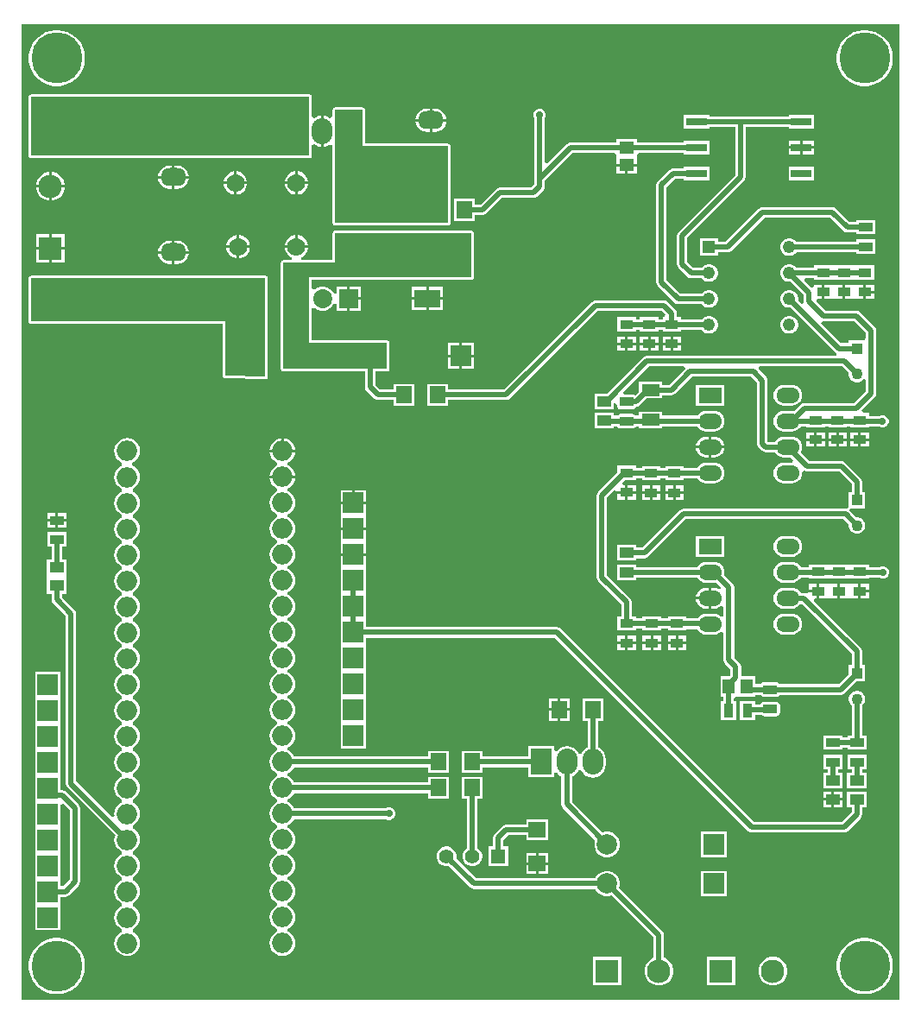
<source format=gtl>
G04*
G04 #@! TF.GenerationSoftware,Altium Limited,Altium Designer,24.10.1 (45)*
G04*
G04 Layer_Physical_Order=1*
G04 Layer_Color=255*
%FSTAX25Y25*%
%MOIN*%
G70*
G04*
G04 #@! TF.SameCoordinates,1923906C-CB37-41EA-8CB1-2C45B085819D*
G04*
G04*
G04 #@! TF.FilePolarity,Positive*
G04*
G01*
G75*
%ADD24R,0.05118X0.03543*%
%ADD25R,0.05433X0.03622*%
%ADD26R,0.04567X0.05787*%
G04:AMPARAMS|DCode=27|XSize=36.22mil|YSize=54.33mil|CornerRadius=4.53mil|HoleSize=0mil|Usage=FLASHONLY|Rotation=90.000|XOffset=0mil|YOffset=0mil|HoleType=Round|Shape=RoundedRectangle|*
%AMROUNDEDRECTD27*
21,1,0.03622,0.04528,0,0,90.0*
21,1,0.02717,0.05433,0,0,90.0*
1,1,0.00906,0.02264,0.01358*
1,1,0.00906,0.02264,-0.01358*
1,1,0.00906,-0.02264,-0.01358*
1,1,0.00906,-0.02264,0.01358*
%
%ADD27ROUNDEDRECTD27*%
%ADD28R,0.06500X0.06000*%
%ADD29R,0.06000X0.06500*%
%ADD30R,0.03819X0.05433*%
%ADD31R,0.05709X0.04331*%
%ADD32R,0.05433X0.03819*%
%ADD33R,0.05787X0.04606*%
%ADD34R,0.05591X0.03937*%
%ADD35R,0.05433X0.03976*%
%ADD36R,0.07165X0.04567*%
%ADD37R,0.07874X0.03150*%
%ADD79C,0.02000*%
%ADD80R,0.09000X0.06000*%
%ADD81O,0.09000X0.06000*%
%ADD82R,0.04331X0.04331*%
%ADD83C,0.04331*%
%ADD84C,0.07000*%
%ADD85C,0.09055*%
%ADD86R,0.09055X0.09055*%
%ADD87R,0.07874X0.07874*%
%ADD88C,0.01968*%
%ADD89C,0.19685*%
%ADD90R,0.09055X0.09055*%
%ADD91R,0.04842X0.04842*%
%ADD92C,0.04842*%
%ADD93O,0.10000X0.07000*%
%ADD94R,0.10000X0.07000*%
%ADD95O,0.07874X0.07874*%
%ADD96C,0.05551*%
%ADD97R,0.05551X0.05551*%
%ADD98R,0.08000X0.10000*%
%ADD99O,0.08000X0.10000*%
%ADD100C,0.07874*%
%ADD101C,0.08000*%
%ADD102R,0.08000X0.08000*%
%ADD103R,0.07323X0.07323*%
%ADD104C,0.07323*%
%ADD105C,0.02756*%
%ADD106C,0.02756*%
G36*
X0340471Y0001529D02*
X0001529D01*
Y0377971D01*
X0340471D01*
Y0001529D01*
D02*
G37*
%LPC*%
G36*
X0327853Y0375842D02*
X0326147D01*
X0324461Y0375575D01*
X0322838Y0375048D01*
X0321317Y0374273D01*
X0319937Y037327D01*
X031873Y0372063D01*
X0317727Y0370683D01*
X0316952Y0369162D01*
X0316424Y0367539D01*
X0316158Y0365853D01*
Y0364147D01*
X0316424Y0362461D01*
X0316952Y0360838D01*
X0317727Y0359317D01*
X031873Y0357937D01*
X0319937Y035673D01*
X0321317Y0355727D01*
X0322838Y0354952D01*
X0324461Y0354425D01*
X0326147Y0354157D01*
X0327853D01*
X0329539Y0354425D01*
X0331162Y0354952D01*
X0332683Y0355727D01*
X0334063Y035673D01*
X033527Y0357937D01*
X0336273Y0359317D01*
X0337048Y0360838D01*
X0337576Y0362461D01*
X0337842Y0364147D01*
Y0365853D01*
X0337576Y0367539D01*
X0337048Y0369162D01*
X0336273Y0370683D01*
X033527Y0372063D01*
X0334063Y037327D01*
X0332683Y0374273D01*
X0331162Y0375048D01*
X0329539Y0375575D01*
X0327853Y0375842D01*
D02*
G37*
G36*
X0015853D02*
X0014147D01*
X0012461Y0375575D01*
X0010838Y0375048D01*
X0009317Y0374273D01*
X0007937Y037327D01*
X000673Y0372063D01*
X0005727Y0370683D01*
X0004952Y0369162D01*
X0004425Y0367539D01*
X0004157Y0365853D01*
Y0364147D01*
X0004425Y0362461D01*
X0004952Y0360838D01*
X0005727Y0359317D01*
X000673Y0357937D01*
X0007937Y035673D01*
X0009317Y0355727D01*
X0010838Y0354952D01*
X0012461Y0354425D01*
X0014147Y0354157D01*
X0015853D01*
X0017539Y0354425D01*
X0019162Y0354952D01*
X0020683Y0355727D01*
X0022063Y035673D01*
X002327Y0357937D01*
X0024273Y0359317D01*
X0025048Y0360838D01*
X0025576Y0362461D01*
X0025842Y0364147D01*
Y0365853D01*
X0025576Y0367539D01*
X0025048Y0369162D01*
X0024273Y0370683D01*
X002327Y0372063D01*
X0022063Y037327D01*
X0020683Y0374273D01*
X0019162Y0375048D01*
X0017539Y0375575D01*
X0015853Y0375842D01*
D02*
G37*
G36*
X0307488Y0343075D02*
X0297614D01*
Y0342539D01*
X0266937D01*
Y0343075D01*
X0257063D01*
Y0337925D01*
X0266937D01*
Y0338461D01*
X0276961D01*
Y0319845D01*
X0255058Y0297942D01*
X0254616Y029728D01*
X0254461Y02965D01*
Y02855D01*
X0254616Y028472D01*
X0255058Y0284058D01*
X0258507Y0280609D01*
X0258507Y0280609D01*
X0259169Y0280167D01*
X0259949Y0280012D01*
X0259949Y0280012D01*
X0264058D01*
X0264093Y027995D01*
X026473Y0279313D01*
X026551Y0278863D01*
X026638Y0278629D01*
X0267281D01*
X0268151Y0278863D01*
X0268932Y0279313D01*
X0269568Y027995D01*
X0270019Y028073D01*
X0270252Y02816D01*
Y0282501D01*
X0270019Y0283371D01*
X0269568Y0284152D01*
X0268932Y0284788D01*
X0268151Y0285239D01*
X0267281Y0285472D01*
X026638D01*
X026551Y0285239D01*
X026473Y0284788D01*
X0264093Y0284152D01*
X0264058Y028409D01*
X0260794D01*
X0258539Y0286345D01*
Y0295655D01*
X0280442Y0317558D01*
X0280442Y0317558D01*
X0280884Y031822D01*
X0281039Y0319D01*
X0281039Y0319D01*
Y0338461D01*
X0297614D01*
Y0337925D01*
X0307488D01*
Y0343075D01*
D02*
G37*
G36*
X0133Y034602D02*
X01225D01*
X012211Y0345942D01*
X0121779Y0345721D01*
X0121558Y034539D01*
X012148Y0345D01*
Y0342309D01*
X012048Y0341816D01*
X0120022Y0342168D01*
X0118805Y0342672D01*
X0118Y0342778D01*
Y03368D01*
Y0330823D01*
X0118805Y0330929D01*
X0120022Y0331433D01*
X012048Y0331785D01*
X012148Y0331292D01*
Y03015D01*
X0121558Y030111D01*
X0121779Y0300779D01*
X012211Y0300558D01*
X01225Y030048D01*
X0166D01*
X016639Y0300558D01*
X0166721Y0300779D01*
X0166942Y030111D01*
X016702Y03015D01*
Y0331D01*
X0166942Y033139D01*
X0166721Y0331721D01*
X016639Y0331942D01*
X0166Y033202D01*
X013402D01*
Y0345D01*
X0133942Y034539D01*
X0133721Y0345721D01*
X013339Y0345942D01*
X0133Y034602D01*
D02*
G37*
G36*
X0161Y0345539D02*
X016D01*
Y03415D01*
X0165473D01*
X0165384Y0342175D01*
X0164931Y0343269D01*
X0164209Y0344209D01*
X0163269Y0344931D01*
X0162175Y0345384D01*
X0161Y0345539D01*
D02*
G37*
G36*
X0159D02*
X0158D01*
X0156825Y0345384D01*
X0155731Y0344931D01*
X0154791Y0344209D01*
X0154069Y0343269D01*
X0153616Y0342175D01*
X0153527Y03415D01*
X0159D01*
Y0345539D01*
D02*
G37*
G36*
X0165473Y03405D02*
X016D01*
Y0336461D01*
X0161D01*
X0162175Y0336616D01*
X0163269Y0337069D01*
X0164209Y0337791D01*
X0164931Y0338731D01*
X0165384Y0339825D01*
X0165473Y03405D01*
D02*
G37*
G36*
X0159D02*
X0153527D01*
X0153616Y0339825D01*
X0154069Y0338731D01*
X0154791Y0337791D01*
X0155731Y0337069D01*
X0156825Y0336616D01*
X0158Y0336461D01*
X0159D01*
Y03405D01*
D02*
G37*
G36*
X0307488Y0333075D02*
X0303051D01*
Y0331D01*
X0307488D01*
Y0333075D01*
D02*
G37*
G36*
X0302051D02*
X0297614D01*
Y0331D01*
X0302051D01*
Y0333075D01*
D02*
G37*
G36*
X01125Y035102D02*
X0005D01*
X000461Y0350942D01*
X0004279Y0350721D01*
X0004058Y035039D01*
X000398Y035D01*
Y03275D01*
X0004058Y032711D01*
X0004279Y0326779D01*
X000461Y0326558D01*
X0005Y032648D01*
X01125D01*
X011289Y0326558D01*
X0113221Y0326779D01*
X0113442Y032711D01*
X011352Y03275D01*
Y0331292D01*
X011452Y0331785D01*
X0114978Y0331433D01*
X0116195Y0330929D01*
X0117Y0330823D01*
Y03368D01*
Y0342778D01*
X0116195Y0342672D01*
X0114978Y0342168D01*
X011452Y0341816D01*
X011352Y0342309D01*
Y035D01*
X0113442Y035039D01*
X0113221Y0350721D01*
X011289Y0350942D01*
X01125Y035102D01*
D02*
G37*
G36*
X0307488Y033D02*
X0303051D01*
Y0327925D01*
X0307488D01*
Y033D01*
D02*
G37*
G36*
X0302051D02*
X0297614D01*
Y0327925D01*
X0302051D01*
Y033D01*
D02*
G37*
G36*
X0201973Y0345378D02*
X0201027D01*
X0200153Y0345016D01*
X0199484Y0344347D01*
X0199122Y0343473D01*
Y0342527D01*
X0199461Y0341709D01*
Y03185D01*
Y0316345D01*
X0198155Y0315039D01*
X0186D01*
X018522Y0314884D01*
X0184558Y0314442D01*
X0178655Y0308539D01*
X01765D01*
Y031075D01*
X01685D01*
Y030225D01*
X01765D01*
Y0304461D01*
X01795D01*
X018028Y0304616D01*
X0180942Y0305058D01*
X0186845Y0310961D01*
X0199D01*
X019978Y0311116D01*
X0200442Y0311558D01*
X0202942Y0314058D01*
X0203384Y031472D01*
X0203539Y03155D01*
Y0317655D01*
X0214345Y0328461D01*
X0230399D01*
X0231106Y0327754D01*
Y0327197D01*
X0231106Y0326197D01*
Y0324142D01*
X0235D01*
X0238894D01*
Y0326197D01*
X0238894Y0326945D01*
X0238894Y0327754D01*
X0239601Y0328461D01*
X0257063D01*
Y0327925D01*
X0266937D01*
Y0333075D01*
X0257063D01*
Y0332539D01*
X0238894D01*
Y0333803D01*
X0231106D01*
Y0332539D01*
X02135D01*
X021272Y0332384D01*
X0212058Y0331942D01*
X0204463Y0324347D01*
X0203539Y032473D01*
Y0341709D01*
X0203878Y0342527D01*
Y0343473D01*
X0203516Y0344347D01*
X0202847Y0345016D01*
X0201973Y0345378D01*
D02*
G37*
G36*
X0238894Y0323142D02*
X02355D01*
Y0320339D01*
X0238894D01*
Y0323142D01*
D02*
G37*
G36*
X02345D02*
X0231106D01*
Y0320339D01*
X02345D01*
Y0323142D01*
D02*
G37*
G36*
X00615Y0323539D02*
X00605D01*
Y03195D01*
X0065973D01*
X0065884Y0320175D01*
X0065431Y0321269D01*
X0064709Y0322209D01*
X0063769Y0322931D01*
X0062675Y0323384D01*
X00615Y0323539D01*
D02*
G37*
G36*
X00595D02*
X00585D01*
X0057325Y0323384D01*
X0056231Y0322931D01*
X0055291Y0322209D01*
X0054569Y0321269D01*
X0054116Y0320175D01*
X0054027Y03195D01*
X00595D01*
Y0323539D01*
D02*
G37*
G36*
X0307488Y0323075D02*
X0297614D01*
Y0317925D01*
X0307488D01*
Y0323075D01*
D02*
G37*
G36*
X0266937D02*
X0257063D01*
Y0322539D01*
X0253D01*
X025222Y0322384D01*
X0251558Y0321942D01*
X0247058Y0317442D01*
X0246616Y031678D01*
X0246461Y0316D01*
Y02785D01*
X0246616Y027772D01*
X0247058Y0277058D01*
X0253507Y0270609D01*
X0254169Y0270167D01*
X0254949Y0270012D01*
X0254949Y0270012D01*
X0264058D01*
X0264093Y026995D01*
X026473Y0269313D01*
X026551Y0268863D01*
X026638Y026863D01*
X0267281D01*
X0268151Y0268863D01*
X0268932Y0269313D01*
X0269568Y026995D01*
X0270019Y027073D01*
X0270252Y02716D01*
Y0272501D01*
X0270019Y0273371D01*
X0269568Y0274151D01*
X0268932Y0274788D01*
X0268151Y0275239D01*
X0267281Y0275472D01*
X026638D01*
X026551Y0275239D01*
X026473Y0274788D01*
X0264093Y0274151D01*
X0264058Y027409D01*
X0255794D01*
X0250539Y0279345D01*
Y0315155D01*
X0253845Y0318461D01*
X0257063D01*
Y0317925D01*
X0266937D01*
Y0323075D01*
D02*
G37*
G36*
X0108092Y03213D02*
X0108D01*
Y03173D01*
X0112D01*
Y0317393D01*
X0111693Y0318537D01*
X0111101Y0319564D01*
X0110263Y0320401D01*
X0109237Y0320994D01*
X0108092Y03213D01*
D02*
G37*
G36*
X0084592D02*
X00845D01*
Y03173D01*
X00885D01*
Y0317393D01*
X0088193Y0318537D01*
X0087601Y0319564D01*
X0086763Y0320401D01*
X0085737Y0320994D01*
X0084592Y03213D01*
D02*
G37*
G36*
X00835D02*
X0083408D01*
X0082263Y0320994D01*
X0081237Y0320401D01*
X0080399Y0319564D01*
X0079807Y0318537D01*
X00795Y0317393D01*
Y03173D01*
X00835D01*
Y03213D01*
D02*
G37*
G36*
X0107D02*
X0106908D01*
X0105763Y0320994D01*
X0104737Y0320401D01*
X0103899Y0319564D01*
X0103307Y0318537D01*
X0103Y0317393D01*
Y03173D01*
X0107D01*
Y03213D01*
D02*
G37*
G36*
X0013228Y0321028D02*
X0013D01*
Y0316D01*
X0018028D01*
Y0316228D01*
X0017651Y0317634D01*
X0016923Y0318894D01*
X0015894Y0319923D01*
X0014634Y0320651D01*
X0013228Y0321028D01*
D02*
G37*
G36*
X0012D02*
X0011772D01*
X0010366Y0320651D01*
X0009106Y0319923D01*
X0008077Y0318894D01*
X0007349Y0317634D01*
X0006972Y0316228D01*
Y0316D01*
X0012D01*
Y0321028D01*
D02*
G37*
G36*
X0065973Y03185D02*
X00605D01*
Y0314461D01*
X00615D01*
X0062675Y0314616D01*
X0063769Y0315069D01*
X0064709Y0315791D01*
X0065431Y0316731D01*
X0065884Y0317825D01*
X0065973Y03185D01*
D02*
G37*
G36*
X00595D02*
X0054027D01*
X0054116Y0317825D01*
X0054569Y0316731D01*
X0055291Y0315791D01*
X0056231Y0315069D01*
X0057325Y0314616D01*
X00585Y0314461D01*
X00595D01*
Y03185D01*
D02*
G37*
G36*
X0112Y03163D02*
X0108D01*
Y03123D01*
X0108092D01*
X0109237Y0312607D01*
X0110263Y0313199D01*
X0111101Y0314037D01*
X0111693Y0315064D01*
X0112Y0316208D01*
Y03163D01*
D02*
G37*
G36*
X0107D02*
X0103D01*
Y0316208D01*
X0103307Y0315064D01*
X0103899Y0314037D01*
X0104737Y0313199D01*
X0105763Y0312607D01*
X0106908Y03123D01*
X0107D01*
Y03163D01*
D02*
G37*
G36*
X00885D02*
X00845D01*
Y03123D01*
X0084592D01*
X0085737Y0312607D01*
X0086763Y0313199D01*
X0087601Y0314037D01*
X0088193Y0315064D01*
X00885Y0316208D01*
Y03163D01*
D02*
G37*
G36*
X00835D02*
X00795D01*
Y0316208D01*
X0079807Y0315064D01*
X0080399Y0314037D01*
X0081237Y0313199D01*
X0082263Y0312607D01*
X0083408Y03123D01*
X00835D01*
Y03163D01*
D02*
G37*
G36*
X0018028Y0315D02*
X0013D01*
Y0309972D01*
X0013228D01*
X0014634Y0310349D01*
X0015894Y0311077D01*
X0016923Y0312106D01*
X0017651Y0313366D01*
X0018028Y0314772D01*
Y0315D01*
D02*
G37*
G36*
X0012D02*
X0006972D01*
Y0314772D01*
X0007349Y0313366D01*
X0008077Y0312106D01*
X0009106Y0311077D01*
X0010366Y0310349D01*
X0011772Y0309972D01*
X0012D01*
Y0315D01*
D02*
G37*
G36*
X03145Y0307539D02*
X02875D01*
X028672Y0307384D01*
X0286058Y0306942D01*
X0273206Y029409D01*
X0270252D01*
Y0295472D01*
X0263409D01*
Y028863D01*
X0270252D01*
Y0290012D01*
X0274051D01*
X0274831Y0290167D01*
X0275493Y0290609D01*
X0288345Y0303461D01*
X0313655D01*
X0318798Y0298318D01*
X031946Y0297876D01*
X032024Y0297721D01*
X0323783D01*
Y0296949D01*
X0331217D01*
Y0302571D01*
X0323783D01*
Y0301799D01*
X0321085D01*
X0315942Y0306942D01*
X031528Y0307384D01*
X03145Y0307539D01*
D02*
G37*
G36*
X0108092Y02967D02*
X0108D01*
Y02927D01*
X0112D01*
Y0292792D01*
X0111693Y0293936D01*
X0111101Y0294963D01*
X0110263Y02958D01*
X0109237Y0296393D01*
X0108092Y02967D01*
D02*
G37*
G36*
X0085631D02*
X0085539D01*
Y02927D01*
X0089539D01*
Y0292792D01*
X0089232Y0293936D01*
X008864Y0294963D01*
X0087802Y02958D01*
X0086776Y0296393D01*
X0085631Y02967D01*
D02*
G37*
G36*
X0084539D02*
X0084446D01*
X0083302Y0296393D01*
X0082276Y02958D01*
X0081438Y0294963D01*
X0080845Y0293936D01*
X0080539Y0292792D01*
Y02927D01*
X0084539D01*
Y02967D01*
D02*
G37*
G36*
X0107D02*
X0106908D01*
X0105763Y0296393D01*
X0104737Y02958D01*
X0103899Y0294963D01*
X0103307Y0293936D01*
X0103Y0292792D01*
Y02927D01*
X0107D01*
Y02967D01*
D02*
G37*
G36*
X0018028Y0297028D02*
X0013D01*
Y0292D01*
X0018028D01*
Y0297028D01*
D02*
G37*
G36*
X0012D02*
X0006972D01*
Y0292D01*
X0012D01*
Y0297028D01*
D02*
G37*
G36*
X00615Y0294539D02*
X00605D01*
Y02905D01*
X0065973D01*
X0065884Y0291175D01*
X0065431Y0292269D01*
X0064709Y0293209D01*
X0063769Y0293931D01*
X0062675Y0294384D01*
X00615Y0294539D01*
D02*
G37*
G36*
X00595D02*
X00585D01*
X0057325Y0294384D01*
X0056231Y0293931D01*
X0055291Y0293209D01*
X0054569Y0292269D01*
X0054116Y0291175D01*
X0054027Y02905D01*
X00595D01*
Y0294539D01*
D02*
G37*
G36*
X0298265Y0295472D02*
X0297365D01*
X0296494Y0295239D01*
X0295714Y0294789D01*
X0295077Y0294151D01*
X0294627Y0293371D01*
X0294394Y0292501D01*
Y02916D01*
X0294627Y029073D01*
X0295077Y028995D01*
X0295714Y0289313D01*
X0296494Y0288863D01*
X0297365Y028863D01*
X0298265D01*
X0299136Y0288863D01*
X0299916Y0289313D01*
X0300553Y028995D01*
X0300643Y0290106D01*
X0323783D01*
Y0289429D01*
X0331217D01*
Y0295051D01*
X0323783D01*
Y0294185D01*
X0300519D01*
X0299916Y0294789D01*
X0299136Y0295239D01*
X0298265Y0295472D01*
D02*
G37*
G36*
X0089539Y02917D02*
X0085539D01*
Y02877D01*
X0085631D01*
X0086776Y0288006D01*
X0087802Y0288599D01*
X008864Y0289437D01*
X0089232Y0290463D01*
X0089539Y0291607D01*
Y02917D01*
D02*
G37*
G36*
X0084539D02*
X0080539D01*
Y0291607D01*
X0080845Y0290463D01*
X0081438Y0289437D01*
X0082276Y0288599D01*
X0083302Y0288006D01*
X0084446Y02877D01*
X0084539D01*
Y02917D01*
D02*
G37*
G36*
X0175Y029852D02*
X01225D01*
X012211Y0298442D01*
X0121779Y0298221D01*
X0121558Y029789D01*
X012148Y02975D01*
Y028702D01*
X0109418D01*
X0109237Y0288006D01*
X0110263Y0288599D01*
X0111101Y0289437D01*
X0111693Y0290463D01*
X0112Y0291607D01*
Y02917D01*
X01075D01*
X0103D01*
Y0291607D01*
X0103307Y0290463D01*
X0103899Y0289437D01*
X0104737Y0288599D01*
X0105763Y0288006D01*
X0105582Y028702D01*
X01025D01*
X010211Y0286942D01*
X0101779Y0286721D01*
X0101558Y028639D01*
X010148Y0286D01*
Y0245D01*
X0101558Y024461D01*
X0101779Y0244279D01*
X010211Y0244058D01*
X01025Y024398D01*
X0134007D01*
Y0237954D01*
X0134162Y0237173D01*
X0134605Y0236512D01*
X0137558Y0233558D01*
X0137558Y0233558D01*
X013822Y0233116D01*
X0139Y0232961D01*
X0139Y0232961D01*
X0145D01*
Y023075D01*
X0153D01*
Y023925D01*
X0145D01*
Y0237039D01*
X0139845D01*
X0138086Y0238798D01*
Y024398D01*
X01425D01*
X014289Y0244058D01*
X0143221Y0244279D01*
X0143442Y024461D01*
X014352Y0245D01*
Y0255D01*
X0143442Y025539D01*
X0143221Y0255721D01*
X014289Y0255942D01*
X01425Y025602D01*
X011352D01*
Y0268347D01*
X011452Y0268761D01*
X0114811Y026847D01*
X0115874Y0267856D01*
X011706Y0267538D01*
X0118287D01*
X0119473Y0267856D01*
X0120536Y026847D01*
X0121403Y0269337D01*
X0122017Y02704D01*
X0123012Y027025D01*
Y0267538D01*
X0127173D01*
Y02722D01*
Y0276861D01*
X0123012D01*
Y027415D01*
X0122017Y0273999D01*
X0121403Y0275062D01*
X0120536Y027593D01*
X0119473Y0276543D01*
X0118287Y0276861D01*
X011706D01*
X0115874Y0276543D01*
X0114811Y027593D01*
X011452Y0275638D01*
X011352Y0276052D01*
Y027948D01*
X0175D01*
X017539Y0279558D01*
X0175721Y0279779D01*
X0175942Y028011D01*
X017602Y02805D01*
Y02975D01*
X0175942Y029789D01*
X0175721Y0298221D01*
X017539Y0298442D01*
X0175Y029852D01*
D02*
G37*
G36*
X0018028Y0291D02*
X0013D01*
Y0285972D01*
X0018028D01*
Y0291D01*
D02*
G37*
G36*
X0012D02*
X0006972D01*
Y0285972D01*
X0012D01*
Y0291D01*
D02*
G37*
G36*
X0065973Y02895D02*
X00605D01*
Y0285461D01*
X00615D01*
X0062675Y0285616D01*
X0063769Y0286069D01*
X0064709Y0286791D01*
X0065431Y0287731D01*
X0065884Y0288825D01*
X0065973Y02895D01*
D02*
G37*
G36*
X00595D02*
X0054027D01*
X0054116Y0288825D01*
X0054569Y0287731D01*
X0055291Y0286791D01*
X0056231Y0286069D01*
X0057325Y0285616D01*
X00585Y0285461D01*
X00595D01*
Y02895D01*
D02*
G37*
G36*
X0298265Y0285472D02*
X0297365D01*
X0296494Y0285239D01*
X0295714Y0284788D01*
X0295077Y0284152D01*
X0294627Y0283371D01*
X0294394Y0282501D01*
Y02816D01*
X0294627Y028073D01*
X0295077Y027995D01*
X0295714Y0279313D01*
X0296494Y0278863D01*
X0297365Y0278629D01*
X0298265D01*
X0298334Y0278648D01*
X0303461Y0273521D01*
Y0271D01*
X0303535Y0270629D01*
X0302613Y0270137D01*
X0301218Y0271532D01*
X0301236Y02716D01*
Y0272501D01*
X0301003Y0273371D01*
X0300553Y0274151D01*
X0299916Y0274788D01*
X0299136Y0275239D01*
X0298265Y0275472D01*
X0297365D01*
X0296494Y0275239D01*
X0295714Y0274788D01*
X0295077Y0274151D01*
X0294627Y0273371D01*
X0294394Y0272501D01*
Y02716D01*
X0294627Y027073D01*
X0295077Y026995D01*
X0295714Y0269313D01*
X0296494Y0268863D01*
X0297365Y026863D01*
X0298265D01*
X0298334Y0268648D01*
X0315503Y0251479D01*
X0316164Y0251037D01*
X0316056Y0250039D01*
X024275D01*
X024197Y0249884D01*
X0241308Y0249442D01*
X0227333Y0235466D01*
X0222783D01*
Y022949D01*
X0230217D01*
Y0231662D01*
X0230255Y0231688D01*
X0231255Y0231153D01*
Y0230982D01*
X0231368Y0230415D01*
X0231689Y0229935D01*
X0232169Y0229613D01*
X0232736Y0229501D01*
X0237264D01*
X0237831Y0229613D01*
X0238311Y0229935D01*
X0238556Y0230301D01*
X0238717D01*
X0239497Y0230456D01*
X0240159Y0230898D01*
X0242884Y0233624D01*
X0248883D01*
Y0234868D01*
X0252407D01*
X0253187Y0235023D01*
X0253849Y0235465D01*
X0260345Y0241961D01*
X0283155D01*
X0285461Y0239655D01*
Y0216033D01*
X0285616Y0215253D01*
X0286058Y0214591D01*
X028723Y021342D01*
X028723Y021342D01*
X0287891Y0212977D01*
X0288672Y0212822D01*
X0292298D01*
X0292923Y0212009D01*
X0293758Y0211367D01*
X0294731Y0210964D01*
X0295776Y0210827D01*
X0298426D01*
X0299435Y0209818D01*
X0298968Y0208871D01*
X0298776Y0208896D01*
X0295776D01*
X0294731Y0208758D01*
X0293758Y0208355D01*
X0292923Y0207714D01*
X0292282Y0206879D01*
X0291879Y0205906D01*
X0291741Y0204861D01*
X0291879Y0203817D01*
X0292282Y0202844D01*
X0292923Y0202009D01*
X0293758Y0201367D01*
X0294731Y0200964D01*
X0295776Y0200827D01*
X0298776D01*
X029982Y0200964D01*
X0300793Y0201367D01*
X0301628Y0202009D01*
X030227Y0202844D01*
X0302673Y0203817D01*
X030281Y0204861D01*
X0302774Y0205137D01*
X0303706Y0205717D01*
X0303857Y0205616D01*
X0304637Y0205461D01*
X0317155D01*
X0321961Y0200655D01*
Y0197587D01*
X0320835D01*
Y0191871D01*
X0320835Y0191731D01*
X0320555Y0191451D01*
X0319738Y0191007D01*
X0319579Y0191039D01*
X0257D01*
X025622Y0190884D01*
X0255558Y0190442D01*
X0241136Y017602D01*
X0238717D01*
Y0176969D01*
X0231283D01*
Y0170992D01*
X0238717D01*
Y0171941D01*
X024198D01*
X0242761Y0172096D01*
X0243422Y0172538D01*
X0257845Y0186961D01*
X0318734D01*
X0320835Y018486D01*
Y0184162D01*
X032105Y0183357D01*
X0321467Y0182635D01*
X0322056Y0182046D01*
X0322778Y0181629D01*
X0323583Y0181413D01*
X0324417D01*
X0325222Y0181629D01*
X0325944Y0182046D01*
X0326533Y0182635D01*
X032695Y0183357D01*
X0327165Y0184162D01*
Y0184995D01*
X032695Y0185801D01*
X0326533Y0186522D01*
X0325944Y0187112D01*
X0325222Y0187528D01*
X0324417Y0187744D01*
X0323719D01*
X0321207Y0190256D01*
X0321398Y0190984D01*
X0321588Y0191256D01*
X0321708Y0191256D01*
X0327165D01*
Y0197587D01*
X0326039D01*
Y02015D01*
X0325884Y020228D01*
X0325442Y0202942D01*
X0319442Y0208942D01*
X031878Y0209384D01*
X0318Y0209539D01*
X0305482D01*
X0302229Y0212792D01*
X030227Y0212844D01*
X0302673Y0213817D01*
X030281Y0214861D01*
X0302673Y0215906D01*
X030227Y0216879D01*
X0301628Y0217714D01*
X0300793Y0218355D01*
X029982Y0218758D01*
X0298776Y0218896D01*
X0295776D01*
X0294731Y0218758D01*
X0293758Y0218355D01*
X0292923Y0217714D01*
X0292298Y0216901D01*
X0289539D01*
Y02405D01*
X0289384Y024128D01*
X0288942Y0241942D01*
X0285923Y0244961D01*
X0286337Y0245961D01*
X0318234D01*
X0320835Y024336D01*
Y0242662D01*
X032105Y0241857D01*
X0321467Y0241135D01*
X0322056Y0240546D01*
X0322778Y0240129D01*
X0323583Y0239913D01*
X0324417D01*
X0325222Y0240129D01*
X0325944Y0240546D01*
X0326461Y0241063D01*
X032678Y024103D01*
X0327461Y0240742D01*
Y0236415D01*
X0322984Y0231938D01*
X0303813D01*
X0303033Y0231783D01*
X0302372Y0231341D01*
X0299792Y0228762D01*
X0298776Y0228896D01*
X0295776D01*
X0294731Y0228758D01*
X0293758Y0228355D01*
X0292923Y0227714D01*
X0292282Y0226879D01*
X0291879Y0225906D01*
X0291741Y0224861D01*
X0291879Y0223817D01*
X0292282Y0222844D01*
X0292923Y0222009D01*
X0293758Y0221367D01*
X0294731Y0220964D01*
X0295776Y0220827D01*
X0298776D01*
X029982Y0220964D01*
X0300793Y0221367D01*
X0301628Y0222009D01*
X0302253Y0222822D01*
X0304441D01*
Y0222468D01*
X0311559D01*
Y0222822D01*
X0312941D01*
Y0222468D01*
X0320059D01*
Y0222822D01*
X0321441D01*
Y0222469D01*
X0328559D01*
Y0222822D01*
X0332571D01*
X0333388Y0222483D01*
X0334334D01*
X0335208Y0222846D01*
X0335877Y0223514D01*
X0336239Y0224388D01*
Y0225334D01*
X0335877Y0226208D01*
X0335208Y0226877D01*
X0334334Y0227239D01*
X0333388D01*
X0332571Y0226901D01*
X0328559D01*
Y0228012D01*
X0326239D01*
X0325825Y0229012D01*
X0330942Y0234129D01*
X0330942Y0234129D01*
X0331384Y023479D01*
X0331539Y0235571D01*
X0331539Y0235571D01*
Y0259828D01*
X0331539Y0259828D01*
X0331384Y0260609D01*
X0330942Y026127D01*
X0330942Y026127D01*
X032527Y0266942D01*
X0324609Y0267384D01*
X0323828Y0267539D01*
X0311845D01*
X0308396Y0270988D01*
X030881Y0271988D01*
X03105D01*
Y027476D01*
Y0277532D01*
X0307441D01*
Y0276723D01*
X0306441Y0276309D01*
X0303567Y0279182D01*
X030395Y0280106D01*
X0307441D01*
Y0279468D01*
X0314559D01*
Y0279468D01*
X0315441D01*
Y0279468D01*
X0322559D01*
Y0279468D01*
X0323441Y0279468D01*
Y0279468D01*
X0330559D01*
Y0285012D01*
X0323441D01*
Y0285012D01*
X0322559Y0285012D01*
Y0285012D01*
X0315441D01*
Y0285012D01*
X0314559D01*
Y0285012D01*
X0307441D01*
Y0284185D01*
X0300519D01*
X0299916Y0284788D01*
X0299136Y0285239D01*
X0298265Y0285472D01*
D02*
G37*
G36*
X0322559Y0277532D02*
X0322441Y0277532D01*
X03195D01*
Y027476D01*
Y0271988D01*
X0322441D01*
X0323441Y0271988D01*
X0323559Y0271988D01*
X03265D01*
Y027476D01*
Y0277531D01*
X0323559D01*
X0322559Y0277532D01*
D02*
G37*
G36*
X03275Y0277531D02*
Y027526D01*
X0330559D01*
Y0277531D01*
X03275D01*
D02*
G37*
G36*
X0132335Y0276861D02*
X0128173D01*
Y02727D01*
X0132335D01*
Y0276861D01*
D02*
G37*
G36*
X0164096Y02767D02*
X0158596D01*
Y02727D01*
X0164096D01*
Y02767D01*
D02*
G37*
G36*
X0157596D02*
X0152096D01*
Y02727D01*
X0157596D01*
Y02767D01*
D02*
G37*
G36*
X0315441Y0277532D02*
X0314559D01*
X0314441Y0277532D01*
X03115D01*
Y027476D01*
Y0271988D01*
X0314441D01*
X0314559Y0271988D01*
X0315441D01*
X0315559Y0271988D01*
X03185D01*
Y027476D01*
Y0277532D01*
X0315559D01*
X0315441Y0277532D01*
D02*
G37*
G36*
X0330559Y027426D02*
X03275D01*
Y0271988D01*
X0330559D01*
Y027426D01*
D02*
G37*
G36*
X0164096Y02717D02*
X0158596D01*
Y02677D01*
X0164096D01*
Y02717D01*
D02*
G37*
G36*
X0157596D02*
X0152096D01*
Y02677D01*
X0157596D01*
Y02717D01*
D02*
G37*
G36*
X0132335D02*
X0128173D01*
Y0267538D01*
X0132335D01*
Y02717D01*
D02*
G37*
G36*
X02495Y0271539D02*
X0223D01*
X022222Y0271384D01*
X0221558Y0270942D01*
X0187655Y0237039D01*
X0166D01*
Y023925D01*
X0158D01*
Y023075D01*
X0166D01*
Y0232961D01*
X01885D01*
X018928Y0233116D01*
X0189942Y0233558D01*
X0223845Y0267461D01*
X0248655D01*
X0250104Y0266012D01*
X024969Y0265012D01*
X0248941D01*
Y0264279D01*
X0247309D01*
Y0265012D01*
X0240191D01*
Y0264279D01*
X0238559D01*
Y0265012D01*
X0231441D01*
Y0259469D01*
X0238559D01*
Y0260201D01*
X0240191D01*
Y0259469D01*
X0247309D01*
Y0260201D01*
X0248941D01*
Y0259469D01*
X0256059D01*
Y0260106D01*
X0264003D01*
X0264093Y025995D01*
X026473Y0259313D01*
X026551Y0258863D01*
X026638Y0258629D01*
X0267281D01*
X0268151Y0258863D01*
X0268932Y0259313D01*
X0269568Y025995D01*
X0270019Y026073D01*
X0270252Y02616D01*
Y0262501D01*
X0270019Y0263371D01*
X0269568Y0264152D01*
X0268932Y0264789D01*
X0268151Y0265239D01*
X0267281Y0265472D01*
X026638D01*
X026551Y0265239D01*
X026473Y0264789D01*
X0264126Y0264185D01*
X0256059D01*
Y0265012D01*
X0254539D01*
Y02665D01*
X0254539Y02665D01*
X0254384Y026728D01*
X0253942Y0267942D01*
X0250942Y0270942D01*
X025028Y0271384D01*
X02495Y0271539D01*
D02*
G37*
G36*
X0298265Y0265472D02*
X0297365D01*
X0296494Y0265239D01*
X0295714Y0264789D01*
X0295077Y0264152D01*
X0294627Y0263371D01*
X0294394Y0262501D01*
Y02616D01*
X0294627Y026073D01*
X0295077Y025995D01*
X0295714Y0259313D01*
X0296494Y0258863D01*
X0297365Y0258629D01*
X0298265D01*
X0299136Y0258863D01*
X0299916Y0259313D01*
X0300553Y025995D01*
X0301003Y026073D01*
X0301236Y02616D01*
Y0262501D01*
X0301003Y0263371D01*
X0300553Y0264152D01*
X0299916Y0264789D01*
X0299136Y0265239D01*
X0298265Y0265472D01*
D02*
G37*
G36*
X0256059Y0257531D02*
X0253D01*
Y025526D01*
X0256059D01*
Y0257531D01*
D02*
G37*
G36*
X0247309D02*
X024425D01*
Y025526D01*
X0247309D01*
Y0257531D01*
D02*
G37*
G36*
X0252D02*
X0248941D01*
Y025526D01*
X0252D01*
Y0257531D01*
D02*
G37*
G36*
X024325D02*
X0240191D01*
Y025526D01*
X024325D01*
Y0257531D01*
D02*
G37*
G36*
X0238559Y0257531D02*
X02355D01*
Y025526D01*
X0238559D01*
Y0257531D01*
D02*
G37*
G36*
X02345D02*
X0231441D01*
Y025526D01*
X02345D01*
Y0257531D01*
D02*
G37*
G36*
X0256059Y025426D02*
X0253D01*
Y0251988D01*
X0256059D01*
Y025426D01*
D02*
G37*
G36*
X0252D02*
X0248941D01*
Y0251988D01*
X0252D01*
Y025426D01*
D02*
G37*
G36*
X0247309D02*
X024425D01*
Y0251988D01*
X0247309D01*
Y025426D01*
D02*
G37*
G36*
X024325D02*
X0240191D01*
Y0251988D01*
X024325D01*
Y025426D01*
D02*
G37*
G36*
X0238559Y025426D02*
X02355D01*
Y0251988D01*
X0238559D01*
Y025426D01*
D02*
G37*
G36*
X02345D02*
X0231441D01*
Y0251988D01*
X02345D01*
Y025426D01*
D02*
G37*
G36*
X0176046Y0255D02*
X0171546D01*
Y02505D01*
X0176046D01*
Y0255D01*
D02*
G37*
G36*
X0170546D02*
X0166046D01*
Y02505D01*
X0170546D01*
Y0255D01*
D02*
G37*
G36*
X0176046Y02495D02*
X0171546D01*
Y0245D01*
X0176046D01*
Y02495D01*
D02*
G37*
G36*
X0170546D02*
X0166046D01*
Y0245D01*
X0170546D01*
Y02495D01*
D02*
G37*
G36*
X00955Y028102D02*
X0005D01*
X000461Y0280942D01*
X0004279Y0280721D01*
X0004058Y028039D01*
X000398Y028D01*
Y02635D01*
X0004058Y026311D01*
X0004279Y0262779D01*
X000461Y0262558D01*
X0005Y026248D01*
X007898D01*
Y02425D01*
X0079016Y0242321D01*
X0079046Y024214D01*
X0079055Y0242126D01*
X0079058Y024211D01*
X007916Y0241958D01*
X0079256Y0241803D01*
X007927Y0241793D01*
X0079279Y0241779D01*
X0079431Y0241677D01*
X007958Y0241571D01*
X0079596Y0241567D01*
X007961Y0241558D01*
X0079789Y0241522D01*
X0079967Y0241481D01*
X0095467Y0240981D01*
X0095484Y0240984D01*
X00955Y024098D01*
X0095679Y0241016D01*
X009586Y0241046D01*
X0095874Y0241055D01*
X009589Y0241058D01*
X0096042Y024116D01*
X0096197Y0241256D01*
X0096207Y024127D01*
X0096221Y0241279D01*
X0096323Y0241431D01*
X0096429Y024158D01*
X0096433Y0241596D01*
X0096442Y024161D01*
X0096478Y0241789D01*
X0096519Y0241967D01*
X0096516Y0241984D01*
X009652Y0242D01*
Y02635D01*
Y028D01*
X0096442Y028039D01*
X0096221Y0280721D01*
X009589Y0280942D01*
X00955Y028102D01*
D02*
G37*
G36*
X0272776Y0238861D02*
X0261776D01*
Y0230861D01*
X0272776D01*
Y0238861D01*
D02*
G37*
G36*
X0298776Y0238896D02*
X0295776D01*
X0294731Y0238758D01*
X0293758Y0238355D01*
X0292923Y0237714D01*
X0292282Y0236879D01*
X0291879Y0235906D01*
X0291741Y0234861D01*
X0291879Y0233817D01*
X0292282Y0232844D01*
X0292923Y0232009D01*
X0293758Y0231367D01*
X0294731Y0230964D01*
X0295776Y0230827D01*
X0298776D01*
X029982Y0230964D01*
X0300793Y0231367D01*
X0301628Y0232009D01*
X030227Y0232844D01*
X0302673Y0233817D01*
X030281Y0234861D01*
X0302673Y0235906D01*
X030227Y0236879D01*
X0301628Y0237714D01*
X0300793Y0238355D01*
X029982Y0238758D01*
X0298776Y0238896D01*
D02*
G37*
G36*
X0268776Y0228896D02*
X0265776D01*
X0264731Y0228758D01*
X0263758Y0228355D01*
X0262923Y0227714D01*
X0262351Y0226969D01*
X0248883D01*
Y0228576D01*
X0239717D01*
Y0226969D01*
X0238483D01*
X0238311Y0227226D01*
X0237831Y0227547D01*
X0237264Y022766D01*
X0232736D01*
X0232169Y0227547D01*
X0231689Y0227226D01*
X0231517Y0226969D01*
X0230217D01*
Y0227986D01*
X0222783D01*
Y022201D01*
X0230217D01*
Y022289D01*
X0231371D01*
X0231689Y0222415D01*
X0232169Y0222094D01*
X0232736Y0221981D01*
X0237264D01*
X0237831Y0222094D01*
X0238311Y0222415D01*
X0238629Y022289D01*
X0239717D01*
Y0222009D01*
X0248883D01*
Y022289D01*
X0262262D01*
X0262282Y0222844D01*
X0262923Y0222009D01*
X0263758Y0221367D01*
X0264731Y0220964D01*
X0265776Y0220827D01*
X0268776D01*
X026982Y0220964D01*
X0270793Y0221367D01*
X0271628Y0222009D01*
X027227Y0222844D01*
X0272673Y0223817D01*
X027281Y0224861D01*
X0272673Y0225906D01*
X027227Y0226879D01*
X0271628Y0227714D01*
X0270793Y0228355D01*
X026982Y0228758D01*
X0268776Y0228896D01*
D02*
G37*
G36*
X0320059Y0220532D02*
X0317D01*
Y021826D01*
X0320059D01*
Y0220532D01*
D02*
G37*
G36*
X0311559D02*
X03085D01*
Y021826D01*
X0311559D01*
Y0220532D01*
D02*
G37*
G36*
X0316D02*
X0312941D01*
Y021826D01*
X0316D01*
Y0220532D01*
D02*
G37*
G36*
X03075D02*
X0304441D01*
Y021826D01*
X03075D01*
Y0220532D01*
D02*
G37*
G36*
X0328559Y0220532D02*
X03255D01*
Y021826D01*
X0328559D01*
Y0220532D01*
D02*
G37*
G36*
X03245D02*
X0321441D01*
Y021826D01*
X03245D01*
Y0220532D01*
D02*
G37*
G36*
X0268776Y0218896D02*
X0267776D01*
Y0215361D01*
X0272744D01*
X0272673Y0215906D01*
X027227Y0216879D01*
X0271628Y0217714D01*
X0270793Y0218355D01*
X026982Y0218758D01*
X0268776Y0218896D01*
D02*
G37*
G36*
X0266776D02*
X0265776D01*
X0264731Y0218758D01*
X0263758Y0218355D01*
X0262923Y0217714D01*
X0262282Y0216879D01*
X0261878Y0215906D01*
X0261807Y0215361D01*
X0266776D01*
Y0218896D01*
D02*
G37*
G36*
X0320059Y021726D02*
X0317D01*
Y0214988D01*
X0320059D01*
Y021726D01*
D02*
G37*
G36*
X0316D02*
X0312941D01*
Y0214988D01*
X0316D01*
Y021726D01*
D02*
G37*
G36*
X0311559D02*
X03085D01*
Y0214988D01*
X0311559D01*
Y021726D01*
D02*
G37*
G36*
X03075D02*
X0304441D01*
Y0214988D01*
X03075D01*
Y021726D01*
D02*
G37*
G36*
X0328559Y021726D02*
X03255D01*
Y0214988D01*
X0328559D01*
Y021726D01*
D02*
G37*
G36*
X03245D02*
X0321441D01*
Y0214988D01*
X03245D01*
Y021726D01*
D02*
G37*
G36*
X010258Y0218221D02*
Y0213807D01*
X0106994D01*
X010689Y0214596D01*
X0106393Y0215797D01*
X0105601Y0216828D01*
X010457Y0217619D01*
X0103369Y0218117D01*
X010258Y0218221D01*
D02*
G37*
G36*
X010158D02*
X0100791Y0218117D01*
X009959Y0217619D01*
X0098559Y0216828D01*
X0097768Y0215797D01*
X009727Y0214596D01*
X0097166Y0213807D01*
X010158D01*
Y0218221D01*
D02*
G37*
G36*
X0272744Y0214361D02*
X0267776D01*
Y0210827D01*
X0268776D01*
X026982Y0210964D01*
X0270793Y0211367D01*
X0271628Y0212009D01*
X027227Y0212844D01*
X0272673Y0213817D01*
X0272744Y0214361D01*
D02*
G37*
G36*
X0266776D02*
X0261807D01*
X0261878Y0213817D01*
X0262282Y0212844D01*
X0262923Y0212009D01*
X0263758Y0211367D01*
X0264731Y0210964D01*
X0265776Y0210827D01*
X0266776D01*
Y0214361D01*
D02*
G37*
G36*
X0268776Y0208896D02*
X0265776D01*
X0264731Y0208758D01*
X0263758Y0208355D01*
X0262923Y0207714D01*
X0262282Y0206879D01*
X0262266Y020684D01*
X0257059D01*
Y0207512D01*
X0249941D01*
Y0206779D01*
X0248059D01*
Y0207512D01*
X0240941D01*
Y020684D01*
X0238559D01*
Y0207633D01*
X0231441D01*
Y0204974D01*
X0224058Y0197591D01*
X0223616Y0196929D01*
X0223461Y0196149D01*
Y01645D01*
X0223616Y016372D01*
X0224058Y0163058D01*
X0232961Y0154155D01*
Y0149512D01*
X0231441D01*
Y0143969D01*
X0238559D01*
Y0144701D01*
X0241191D01*
Y0143968D01*
X0248309D01*
Y0144701D01*
X0250941D01*
Y0143968D01*
X0258059D01*
Y0144581D01*
X0262241D01*
X0262282Y0144483D01*
X0262923Y0143647D01*
X0263758Y0143006D01*
X0264731Y0142603D01*
X0265776Y0142465D01*
X0268776D01*
X026982Y0142603D01*
X0270793Y0143006D01*
X0271496Y0143546D01*
X0272014Y014342D01*
X0272496Y0143135D01*
Y0132707D01*
X0272651Y0131927D01*
X0273094Y0131265D01*
X0275142Y0129217D01*
Y0126601D01*
X0274935Y0126394D01*
X0271252D01*
Y0118606D01*
X0272398D01*
Y0116717D01*
X0271429D01*
Y0109283D01*
X0277248D01*
Y0116717D01*
X0276476D01*
Y0117898D01*
X0277476Y0118606D01*
X0277819Y0118606D01*
Y0118606D01*
X0278181D01*
Y0118606D01*
X0284748D01*
Y0119221D01*
X0286944D01*
X0287189Y0118854D01*
X0287669Y0118533D01*
X0288236Y011842D01*
X0292764D01*
X0293331Y0118533D01*
X0293811Y0118854D01*
X0294056Y0119221D01*
X0317804D01*
X0318584Y0119376D01*
X0319246Y0119818D01*
X0323719Y0124291D01*
X0327165D01*
Y0130622D01*
X0326039D01*
Y0136D01*
X0325884Y013678D01*
X0325442Y0137442D01*
X0307319Y0155564D01*
X0307702Y0156488D01*
X03085D01*
Y015876D01*
X0305345D01*
X0304441Y0158277D01*
X030428Y0158384D01*
X03035Y0158539D01*
X0302253D01*
X0301628Y0159353D01*
X0300793Y0159994D01*
X029982Y0160397D01*
X0298776Y0160535D01*
X0295776D01*
X0294731Y0160397D01*
X0293758Y0159994D01*
X0292923Y0159353D01*
X0292282Y0158517D01*
X0291879Y0157544D01*
X0291741Y01565D01*
X0291879Y0155456D01*
X0292282Y0154483D01*
X0292923Y0153647D01*
X0293758Y0153006D01*
X0294731Y0152603D01*
X0295776Y0152465D01*
X0298776D01*
X029982Y0152603D01*
X0300793Y0153006D01*
X0301628Y0153647D01*
X0301865Y0153955D01*
X0303092Y0154024D01*
X0321961Y0135155D01*
Y0130622D01*
X0320835D01*
Y0127175D01*
X0316959Y0123299D01*
X0294056D01*
X0293811Y0123665D01*
X0293331Y0123986D01*
X0292764Y0124099D01*
X0288236D01*
X0287669Y0123986D01*
X0287189Y0123665D01*
X0286944Y0123299D01*
X0284748D01*
Y0126394D01*
X027922D01*
Y0130061D01*
X0279065Y0130842D01*
X0278623Y0131503D01*
X0276575Y0133552D01*
Y016074D01*
X0276419Y0161521D01*
X0275977Y0162182D01*
X0272676Y0165483D01*
X027281Y01665D01*
X0272673Y0167544D01*
X027227Y0168517D01*
X0271628Y0169353D01*
X0270793Y0169994D01*
X026982Y0170397D01*
X0268776Y0170535D01*
X0265776D01*
X0264731Y0170397D01*
X0263758Y0169994D01*
X0262923Y0169353D01*
X0262298Y0168539D01*
X0238717D01*
Y0169488D01*
X0231283D01*
Y0163512D01*
X0238717D01*
Y0164461D01*
X0262298D01*
X0262923Y0163647D01*
X0263758Y0163006D01*
X0264731Y0162603D01*
X0265776Y0162466D01*
X0268776D01*
X0269792Y0162599D01*
X0271785Y0160606D01*
X0271816Y0160469D01*
X027179Y016043D01*
X0270959Y0160067D01*
X0270654Y0160052D01*
X026982Y0160397D01*
X0268776Y0160535D01*
X0267776D01*
Y01565D01*
Y0152465D01*
X0268776D01*
X026982Y0152603D01*
X0270793Y0153006D01*
X0271496Y0153546D01*
X0272014Y015342D01*
X0272496Y0153135D01*
Y0149865D01*
X0272014Y014958D01*
X0271496Y0149454D01*
X0270793Y0149994D01*
X026982Y0150397D01*
X0268776Y0150534D01*
X0265776D01*
X0264731Y0150397D01*
X0263758Y0149994D01*
X0262923Y0149353D01*
X0262391Y0148659D01*
X0258059D01*
Y0149512D01*
X0250941D01*
Y0148779D01*
X0248309D01*
Y0149512D01*
X0241191D01*
Y0148779D01*
X0238559D01*
Y0149512D01*
X0237039D01*
Y0155D01*
X0236884Y015578D01*
X0236442Y0156442D01*
X0227539Y0165345D01*
Y0195304D01*
X0230517Y0198282D01*
X0231441Y0197899D01*
Y0197881D01*
X02345D01*
Y0200153D01*
X0233694D01*
X0233312Y0201077D01*
X0234325Y020209D01*
X0238559D01*
Y0202762D01*
X0240941D01*
Y0201969D01*
X0248059D01*
Y0202701D01*
X0249941D01*
Y0201969D01*
X0257059D01*
Y0202762D01*
X0262345D01*
X0262923Y0202009D01*
X0263758Y0201367D01*
X0264731Y0200964D01*
X0265776Y0200827D01*
X0268776D01*
X026982Y0200964D01*
X0270793Y0201367D01*
X0271628Y0202009D01*
X027227Y0202844D01*
X0272673Y0203817D01*
X027281Y0204861D01*
X0272673Y0205906D01*
X027227Y0206879D01*
X0271628Y0207714D01*
X0270793Y0208355D01*
X026982Y0208758D01*
X0268776Y0208896D01*
D02*
G37*
G36*
X0106994Y0212807D02*
X010208D01*
X0097166D01*
X009727Y0212018D01*
X0097768Y0210817D01*
X0098559Y0209786D01*
X009959Y0208995D01*
X0099944Y0208848D01*
Y0207766D01*
X009959Y020762D01*
X0098559Y0206828D01*
X0097768Y0205797D01*
X009727Y0204596D01*
X0097166Y0203807D01*
X010208D01*
X0106994D01*
X010689Y0204596D01*
X0106393Y0205797D01*
X0105601Y0206828D01*
X010457Y020762D01*
X0104217Y0207766D01*
Y0208848D01*
X010457Y0208995D01*
X0105601Y0209786D01*
X0106393Y0210817D01*
X010689Y0212018D01*
X0106994Y0212807D01*
D02*
G37*
G36*
X0238559Y0200153D02*
X02355D01*
Y0197881D01*
X0238559D01*
Y0200153D01*
D02*
G37*
G36*
X0257059Y0200031D02*
X0254D01*
Y019776D01*
X0257059D01*
Y0200031D01*
D02*
G37*
G36*
X0248059D02*
X0245D01*
Y019776D01*
X0248059D01*
Y0200031D01*
D02*
G37*
G36*
X0253D02*
X0249941D01*
Y019776D01*
X0253D01*
Y0200031D01*
D02*
G37*
G36*
X0244D02*
X0240941D01*
Y019776D01*
X0244D01*
Y0200031D01*
D02*
G37*
G36*
X0238559Y0196881D02*
X02355D01*
Y0194609D01*
X0238559D01*
Y0196881D01*
D02*
G37*
G36*
X02345D02*
X0231441D01*
Y0194609D01*
X02345D01*
Y0196881D01*
D02*
G37*
G36*
X0257059Y019676D02*
X0254D01*
Y0194488D01*
X0257059D01*
Y019676D01*
D02*
G37*
G36*
X0253D02*
X0249941D01*
Y0194488D01*
X0253D01*
Y019676D01*
D02*
G37*
G36*
X0248059D02*
X0245D01*
Y0194488D01*
X0248059D01*
Y019676D01*
D02*
G37*
G36*
X0244D02*
X0240941D01*
Y0194488D01*
X0244D01*
Y019676D01*
D02*
G37*
G36*
X0134437Y0198244D02*
X013D01*
Y0193807D01*
X0134437D01*
Y0198244D01*
D02*
G37*
G36*
X0129D02*
X0124563D01*
Y0193807D01*
X0129D01*
Y0198244D01*
D02*
G37*
G36*
X0018715Y0189471D02*
X0015499D01*
Y0187061D01*
X0018715D01*
Y0189471D01*
D02*
G37*
G36*
X0014499D02*
X0011282D01*
Y0187061D01*
X0014499D01*
Y0189471D01*
D02*
G37*
G36*
X0134437Y0192807D02*
X0124563D01*
Y0189244D01*
X0124563Y018837D01*
X0124563Y018737D01*
Y0183807D01*
X0134437D01*
Y018737D01*
X0134437Y0188244D01*
X0134437Y0189244D01*
Y0192807D01*
D02*
G37*
G36*
X0018715Y0186061D02*
X0015499D01*
Y0183652D01*
X0018715D01*
Y0186061D01*
D02*
G37*
G36*
X0014499D02*
X0011282D01*
Y0183652D01*
X0014499D01*
Y0186061D01*
D02*
G37*
G36*
X0134437Y0182807D02*
X0124563D01*
Y0179244D01*
X0124563Y017837D01*
X0124563Y017737D01*
Y0173807D01*
X0134437D01*
Y017737D01*
X0134437Y0178244D01*
X0134437Y0179244D01*
Y0182807D01*
D02*
G37*
G36*
X0272776Y01805D02*
X0261776D01*
Y01725D01*
X0272776D01*
Y01805D01*
D02*
G37*
G36*
X0298776Y0180535D02*
X0295776D01*
X0294731Y0180397D01*
X0293758Y0179994D01*
X0292923Y0179353D01*
X0292282Y0178517D01*
X0291879Y0177544D01*
X0291741Y01765D01*
X0291879Y0175456D01*
X0292282Y0174483D01*
X0292923Y0173647D01*
X0293758Y0173006D01*
X0294731Y0172603D01*
X0295776Y0172466D01*
X0298776D01*
X029982Y0172603D01*
X0300793Y0173006D01*
X0301628Y0173647D01*
X030227Y0174483D01*
X0302673Y0175456D01*
X030281Y01765D01*
X0302673Y0177544D01*
X030227Y0178517D01*
X0301628Y0179353D01*
X0300793Y0179994D01*
X029982Y0180397D01*
X0298776Y0180535D01*
D02*
G37*
G36*
Y0170535D02*
X0295776D01*
X0294731Y0170397D01*
X0293758Y0169994D01*
X0292923Y0169353D01*
X0292282Y0168517D01*
X0291879Y0167544D01*
X0291741Y01665D01*
X0291879Y0165456D01*
X0292282Y0164483D01*
X0292923Y0163647D01*
X0293758Y0163006D01*
X0294731Y0162603D01*
X0295776Y0162466D01*
X0298776D01*
X029982Y0162603D01*
X0300793Y0163006D01*
X0301628Y0163647D01*
X0302253Y0164461D01*
X0305441D01*
Y0163969D01*
X0312559D01*
Y0163969D01*
X0313441D01*
Y0163969D01*
X0320559D01*
Y0163969D01*
X0321441Y0163969D01*
Y0163969D01*
X0328559D01*
Y0164461D01*
X0332709D01*
X0333527Y0164122D01*
X0334473D01*
X0335347Y0164484D01*
X0336016Y0165153D01*
X0336378Y0166027D01*
Y0166973D01*
X0336016Y0167847D01*
X0335347Y0168516D01*
X0334473Y0168878D01*
X0333527D01*
X0332709Y0168539D01*
X0328559D01*
Y0169512D01*
X0321441D01*
Y0169512D01*
X0320559Y0169512D01*
Y0169512D01*
X0313441D01*
Y0169512D01*
X0312559D01*
Y0169512D01*
X0305441D01*
Y0168539D01*
X0302253D01*
X0301628Y0169353D01*
X0300793Y0169994D01*
X029982Y0170397D01*
X0298776Y0170535D01*
D02*
G37*
G36*
X0320559Y0162031D02*
X0320441Y0162031D01*
X03175D01*
Y015926D01*
Y0156488D01*
X0320441D01*
X0321441Y0156488D01*
X0321559Y0156488D01*
X03245D01*
Y015926D01*
Y0162031D01*
X0321559D01*
X0320559Y0162031D01*
D02*
G37*
G36*
X03085Y0162031D02*
X0305441D01*
Y015976D01*
X03085D01*
Y0162031D01*
D02*
G37*
G36*
X03255Y0162031D02*
Y015976D01*
X0328559D01*
Y0162031D01*
X03255D01*
D02*
G37*
G36*
X0266776Y0160535D02*
X0265776D01*
X0264731Y0160397D01*
X0263758Y0159994D01*
X0262923Y0159353D01*
X0262282Y0158517D01*
X0261878Y0157544D01*
X0261807Y0157D01*
X0266776D01*
Y0160535D01*
D02*
G37*
G36*
X0313441Y0162031D02*
X0312559D01*
X0312441Y0162031D01*
X03095D01*
Y015926D01*
Y0156488D01*
X0312441D01*
X0312559Y0156488D01*
X0313441D01*
X0313559Y0156488D01*
X03165D01*
Y015926D01*
Y0162031D01*
X0313559D01*
X0313441Y0162031D01*
D02*
G37*
G36*
X0328559Y015876D02*
X03255D01*
Y0156488D01*
X0328559D01*
Y015876D01*
D02*
G37*
G36*
X0266776Y0156D02*
X0261807D01*
X0261878Y0155456D01*
X0262282Y0154483D01*
X0262923Y0153647D01*
X0263758Y0153006D01*
X0264731Y0152603D01*
X0265776Y0152465D01*
X0266776D01*
Y0156D01*
D02*
G37*
G36*
X0298776Y0150534D02*
X0295776D01*
X0294731Y0150397D01*
X0293758Y0149994D01*
X0292923Y0149353D01*
X0292282Y0148517D01*
X0291879Y0147544D01*
X0291741Y01465D01*
X0291879Y0145456D01*
X0292282Y0144483D01*
X0292923Y0143647D01*
X0293758Y0143006D01*
X0294731Y0142603D01*
X0295776Y0142465D01*
X0298776D01*
X029982Y0142603D01*
X0300793Y0143006D01*
X0301628Y0143647D01*
X030227Y0144483D01*
X0302673Y0145456D01*
X030281Y01465D01*
X0302673Y0147544D01*
X030227Y0148517D01*
X0301628Y0149353D01*
X0300793Y0149994D01*
X029982Y0150397D01*
X0298776Y0150534D01*
D02*
G37*
G36*
X0258059Y0142032D02*
X0255D01*
Y013976D01*
X0258059D01*
Y0142032D01*
D02*
G37*
G36*
X0248309D02*
X024525D01*
Y013976D01*
X0248309D01*
Y0142032D01*
D02*
G37*
G36*
X0254D02*
X0250941D01*
Y013976D01*
X0254D01*
Y0142032D01*
D02*
G37*
G36*
X024425D02*
X0241191D01*
Y013976D01*
X024425D01*
Y0142032D01*
D02*
G37*
G36*
X0238559Y0142032D02*
X02355D01*
Y013976D01*
X0238559D01*
Y0142032D01*
D02*
G37*
G36*
X02345D02*
X0231441D01*
Y013976D01*
X02345D01*
Y0142032D01*
D02*
G37*
G36*
X0258059Y013876D02*
X0255D01*
Y0136488D01*
X0258059D01*
Y013876D01*
D02*
G37*
G36*
X0254D02*
X0250941D01*
Y0136488D01*
X0254D01*
Y013876D01*
D02*
G37*
G36*
X0248309D02*
X024525D01*
Y0136488D01*
X0248309D01*
Y013876D01*
D02*
G37*
G36*
X024425D02*
X0241191D01*
Y0136488D01*
X024425D01*
Y013876D01*
D02*
G37*
G36*
X0238559Y013876D02*
X02355D01*
Y0136488D01*
X0238559D01*
Y013876D01*
D02*
G37*
G36*
X02345D02*
X0231441D01*
Y0136488D01*
X02345D01*
Y013876D01*
D02*
G37*
G36*
X0213Y011775D02*
X02095D01*
Y0114D01*
X0213D01*
Y011775D01*
D02*
G37*
G36*
X02085D02*
X0205D01*
Y0114D01*
X02085D01*
Y011775D01*
D02*
G37*
G36*
X0284571Y0116717D02*
X0278752D01*
Y0109283D01*
X0284571D01*
Y0111331D01*
X0287194D01*
X0287669Y0111013D01*
X0288236Y0110901D01*
X0292764D01*
X0293331Y0111013D01*
X0293811Y0111335D01*
X0294132Y0111815D01*
X0294245Y0112382D01*
Y0115099D01*
X0294132Y0115665D01*
X0293811Y0116146D01*
X0293331Y0116467D01*
X0292764Y011658D01*
X0288236D01*
X0287669Y0116467D01*
X0287189Y0116146D01*
X0286868Y0115665D01*
X0286817Y0115409D01*
X0284571D01*
Y0116717D01*
D02*
G37*
G36*
X0213Y0113D02*
X02095D01*
Y010925D01*
X0213D01*
Y0113D01*
D02*
G37*
G36*
X02085D02*
X0205D01*
Y010925D01*
X02085D01*
Y0113D01*
D02*
G37*
G36*
X0324417Y0120779D02*
X0323583D01*
X0322778Y0120563D01*
X0322056Y0120147D01*
X0321467Y0119557D01*
X032105Y0118836D01*
X0320835Y0118031D01*
Y0117197D01*
X032105Y0116392D01*
X0321467Y011567D01*
X0321961Y0115176D01*
Y0103571D01*
X0320284D01*
Y0102799D01*
X0318412D01*
Y0103571D01*
X0310979D01*
Y0097949D01*
X0318412D01*
Y0098721D01*
X0320284D01*
Y0097949D01*
X0327716D01*
Y0103571D01*
X0326039D01*
Y0115176D01*
X0326533Y011567D01*
X032695Y0116392D01*
X0327165Y0117197D01*
Y0118031D01*
X032695Y0118836D01*
X0326533Y0119557D01*
X0325944Y0120147D01*
X0325222Y0120563D01*
X0324417Y0120779D01*
D02*
G37*
G36*
X0226Y011775D02*
X0218D01*
Y010925D01*
X0219961D01*
Y0098874D01*
X0219478Y0098674D01*
X0218434Y0097873D01*
X0217633Y0096829D01*
X0217541Y0096608D01*
X0216459D01*
X0216368Y0096829D01*
X0215566Y0097873D01*
X0214522Y0098674D01*
X0213305Y0099178D01*
X0212Y009935D01*
X0210695Y0099178D01*
X0209478Y0098674D01*
X0208434Y0097873D01*
X0208Y0097307D01*
X0207Y0097647D01*
Y0099307D01*
X0197D01*
Y0095346D01*
X01795D01*
Y0097557D01*
X01715D01*
Y0089057D01*
X01795D01*
Y0091268D01*
X0197D01*
Y0087307D01*
X0207D01*
Y0088967D01*
X0208Y0089306D01*
X0208434Y0088741D01*
X0209478Y008794D01*
X0209861Y0087781D01*
Y0077D01*
X0210016Y007622D01*
X0210458Y0075558D01*
X022286Y0063157D01*
X0222563Y006205D01*
Y006075D01*
X0222899Y0059494D01*
X0223549Y0058369D01*
X0224469Y0057449D01*
X0225594Y0056799D01*
X022685Y0056463D01*
X022815D01*
X0229406Y0056799D01*
X0230531Y0057449D01*
X0231451Y0058369D01*
X0232101Y0059494D01*
X0232437Y006075D01*
Y006205D01*
X0232101Y0063306D01*
X0231451Y0064431D01*
X0230531Y0065351D01*
X0229406Y0066001D01*
X022815Y0066337D01*
X022685D01*
X0225743Y006604D01*
X0213939Y0077845D01*
Y0087698D01*
X0214522Y008794D01*
X0215566Y0088741D01*
X0216368Y0089785D01*
X0216459Y0090006D01*
X0217541D01*
X0217633Y0089785D01*
X0218434Y0088741D01*
X0219478Y008794D01*
X0220695Y0087436D01*
X0222Y0087264D01*
X0223305Y0087436D01*
X0224522Y008794D01*
X0225566Y0088741D01*
X0226367Y0089785D01*
X0226871Y0091002D01*
X0227043Y0092307D01*
Y0094307D01*
X0226871Y0095612D01*
X0226367Y0096829D01*
X0225566Y0097873D01*
X0224522Y0098674D01*
X0224039Y0098874D01*
Y010925D01*
X0226D01*
Y011775D01*
D02*
G37*
G36*
X0106994Y0202807D02*
X010208D01*
X0097166D01*
X009727Y0202018D01*
X0097768Y0200817D01*
X0098559Y0199786D01*
X009959Y0198995D01*
X0099944Y0198848D01*
Y0197766D01*
X009959Y0197619D01*
X0098559Y0196828D01*
X0097768Y0195797D01*
X009727Y0194596D01*
X00971Y0193307D01*
X009727Y0192018D01*
X0097768Y0190817D01*
X0098559Y0189786D01*
X009959Y0188995D01*
X0099944Y0188848D01*
Y0187766D01*
X009959Y0187619D01*
X0098559Y0186828D01*
X0097768Y0185797D01*
X009727Y0184596D01*
X00971Y0183307D01*
X009727Y0182018D01*
X0097768Y0180817D01*
X0098559Y0179786D01*
X009959Y0178995D01*
X0099944Y0178848D01*
Y0177766D01*
X009959Y017762D01*
X0098559Y0176828D01*
X0097768Y0175797D01*
X009727Y0174596D01*
X00971Y0173307D01*
X009727Y0172018D01*
X0097768Y0170817D01*
X0098559Y0169786D01*
X009959Y0168994D01*
X0099944Y0168848D01*
Y0167766D01*
X009959Y016762D01*
X0098559Y0166828D01*
X0097768Y0165797D01*
X009727Y0164596D01*
X00971Y0163307D01*
X009727Y0162018D01*
X0097768Y0160817D01*
X0098559Y0159786D01*
X009959Y0158994D01*
X0099944Y0158848D01*
Y0157766D01*
X009959Y015762D01*
X0098559Y0156828D01*
X0097768Y0155797D01*
X009727Y0154596D01*
X00971Y0153307D01*
X009727Y0152018D01*
X0097768Y0150817D01*
X0098559Y0149786D01*
X009959Y0148995D01*
X0099944Y0148848D01*
Y0147766D01*
X009959Y0147619D01*
X0098559Y0146828D01*
X0097768Y0145797D01*
X009727Y0144596D01*
X00971Y0143307D01*
X009727Y0142018D01*
X0097768Y0140817D01*
X0098559Y0139786D01*
X009959Y0138995D01*
X0099944Y0138848D01*
Y0137766D01*
X009959Y0137619D01*
X0098559Y0136828D01*
X0097768Y0135797D01*
X009727Y0134596D01*
X00971Y0133307D01*
X009727Y0132018D01*
X0097768Y0130817D01*
X0098559Y0129786D01*
X009959Y0128995D01*
X0099944Y0128848D01*
Y0127766D01*
X009959Y012762D01*
X0098559Y0126828D01*
X0097768Y0125797D01*
X009727Y0124596D01*
X00971Y0123307D01*
X009727Y0122018D01*
X0097768Y0120817D01*
X0098559Y0119786D01*
X009959Y0118994D01*
X0099944Y0118848D01*
Y0117766D01*
X009959Y011762D01*
X0098559Y0116828D01*
X0097768Y0115797D01*
X009727Y0114596D01*
X00971Y0113307D01*
X009727Y0112018D01*
X0097768Y0110817D01*
X0098559Y0109786D01*
X009959Y0108994D01*
X0099944Y0108848D01*
Y0107766D01*
X009959Y010762D01*
X0098559Y0106828D01*
X0097768Y0105797D01*
X009727Y0104596D01*
X00971Y0103307D01*
X009727Y0102018D01*
X0097768Y0100817D01*
X0098559Y0099786D01*
X009959Y0098994D01*
X0099944Y0098848D01*
Y0097766D01*
X009959Y0097619D01*
X0098559Y0096828D01*
X0097768Y0095797D01*
X009727Y0094596D01*
X00971Y0093307D01*
X009727Y0092018D01*
X0097768Y0090817D01*
X0098559Y0089786D01*
X009959Y0088994D01*
X0099944Y0088848D01*
Y0087766D01*
X009959Y008762D01*
X0098559Y0086828D01*
X0097768Y0085797D01*
X009727Y0084596D01*
X00971Y0083307D01*
X009727Y0082018D01*
X0097768Y0080817D01*
X0098559Y0079786D01*
X009959Y0078995D01*
X0099944Y0078848D01*
Y0077766D01*
X009959Y0077619D01*
X0098559Y0076828D01*
X0097768Y0075797D01*
X009727Y0074596D01*
X00971Y0073307D01*
X009727Y0072018D01*
X0097768Y0070817D01*
X0098559Y0069786D01*
X009959Y0068994D01*
X0099944Y0068848D01*
Y0067766D01*
X009959Y006762D01*
X0098559Y0066828D01*
X0097768Y0065797D01*
X009727Y0064596D01*
X00971Y0063307D01*
X009727Y0062018D01*
X0097768Y0060817D01*
X0098559Y0059786D01*
X009959Y0058995D01*
X0099944Y0058848D01*
Y0057766D01*
X009959Y005762D01*
X0098559Y0056828D01*
X0097768Y0055797D01*
X009727Y0054596D01*
X00971Y0053307D01*
X009727Y0052018D01*
X0097768Y0050817D01*
X0098559Y0049786D01*
X009959Y0048994D01*
X0099944Y0048848D01*
Y0047766D01*
X009959Y004762D01*
X0098559Y0046828D01*
X0097768Y0045797D01*
X009727Y0044596D01*
X00971Y0043307D01*
X009727Y0042018D01*
X0097768Y0040817D01*
X0098559Y0039786D01*
X009959Y0038995D01*
X0099944Y0038848D01*
Y0037766D01*
X009959Y003762D01*
X0098559Y0036828D01*
X0097768Y0035797D01*
X009727Y0034596D01*
X00971Y0033307D01*
X009727Y0032018D01*
X0097768Y0030817D01*
X0098559Y0029786D01*
X009959Y0028995D01*
X0099944Y0028848D01*
Y0027766D01*
X009959Y0027619D01*
X0098559Y0026828D01*
X0097768Y0025797D01*
X009727Y0024596D01*
X00971Y0023307D01*
X009727Y0022018D01*
X0097768Y0020817D01*
X0098559Y0019786D01*
X009959Y0018994D01*
X0100791Y0018497D01*
X010208Y0018327D01*
X0103369Y0018497D01*
X010457Y0018994D01*
X0105601Y0019786D01*
X0106393Y0020817D01*
X010689Y0022018D01*
X010706Y0023307D01*
X010689Y0024596D01*
X0106393Y0025797D01*
X0105601Y0026828D01*
X010457Y0027619D01*
X0104217Y0027766D01*
Y0028848D01*
X010457Y0028995D01*
X0105601Y0029786D01*
X0106393Y0030817D01*
X010689Y0032018D01*
X010706Y0033307D01*
X010689Y0034596D01*
X0106393Y0035797D01*
X0105601Y0036828D01*
X010457Y003762D01*
X0104217Y0037766D01*
Y0038848D01*
X010457Y0038995D01*
X0105601Y0039786D01*
X0106393Y0040817D01*
X010689Y0042018D01*
X010706Y0043307D01*
X010689Y0044596D01*
X0106393Y0045797D01*
X0105601Y0046828D01*
X010457Y004762D01*
X0104217Y0047766D01*
Y0048848D01*
X010457Y0048994D01*
X0105601Y0049786D01*
X0106393Y0050817D01*
X010689Y0052018D01*
X010706Y0053307D01*
X010689Y0054596D01*
X0106393Y0055797D01*
X0105601Y0056828D01*
X010457Y005762D01*
X0104217Y0057766D01*
Y0058848D01*
X010457Y0058995D01*
X0105601Y0059786D01*
X0106393Y0060817D01*
X010689Y0062018D01*
X010706Y0063307D01*
X010689Y0064596D01*
X0106393Y0065797D01*
X0105601Y0066828D01*
X010457Y006762D01*
X0104217Y0067766D01*
Y0068848D01*
X010457Y0068994D01*
X0105601Y0069786D01*
X0106393Y0070817D01*
X0106579Y0071268D01*
X0142016D01*
X0142834Y0070929D01*
X014378D01*
X0144654Y0071291D01*
X0145323Y007196D01*
X0145685Y0072834D01*
Y007378D01*
X0145323Y0074654D01*
X0144654Y0075323D01*
X014378Y0075685D01*
X0142834D01*
X0142016Y0075346D01*
X0106579D01*
X0106393Y0075797D01*
X0105601Y0076828D01*
X010457Y0077619D01*
X0104217Y0077766D01*
Y0078848D01*
X010457Y0078995D01*
X0105601Y0079786D01*
X0106393Y0080817D01*
X0106579Y0081268D01*
X01585D01*
Y0079057D01*
X01665D01*
Y0087557D01*
X01585D01*
Y0085346D01*
X0106579D01*
X0106393Y0085797D01*
X0105601Y0086828D01*
X010457Y008762D01*
X0104217Y0087766D01*
Y0088848D01*
X010457Y0088994D01*
X0105601Y0089786D01*
X0106393Y0090817D01*
X0106579Y0091268D01*
X01585D01*
Y0089057D01*
X01665D01*
Y0097557D01*
X01585D01*
Y0095346D01*
X0106579D01*
X0106393Y0095797D01*
X0105601Y0096828D01*
X010457Y0097619D01*
X0104217Y0097766D01*
Y0098848D01*
X010457Y0098994D01*
X0105601Y0099786D01*
X0106393Y0100817D01*
X010689Y0102018D01*
X010706Y0103307D01*
X010689Y0104596D01*
X0106393Y0105797D01*
X0105601Y0106828D01*
X010457Y010762D01*
X0104217Y0107766D01*
Y0108848D01*
X010457Y0108994D01*
X0105601Y0109786D01*
X0106393Y0110817D01*
X010689Y0112018D01*
X010706Y0113307D01*
X010689Y0114596D01*
X0106393Y0115797D01*
X0105601Y0116828D01*
X010457Y011762D01*
X0104217Y0117766D01*
Y0118848D01*
X010457Y0118994D01*
X0105601Y0119786D01*
X0106393Y0120817D01*
X010689Y0122018D01*
X010706Y0123307D01*
X010689Y0124596D01*
X0106393Y0125797D01*
X0105601Y0126828D01*
X010457Y012762D01*
X0104217Y0127766D01*
Y0128848D01*
X010457Y0128995D01*
X0105601Y0129786D01*
X0106393Y0130817D01*
X010689Y0132018D01*
X010706Y0133307D01*
X010689Y0134596D01*
X0106393Y0135797D01*
X0105601Y0136828D01*
X010457Y0137619D01*
X0104217Y0137766D01*
Y0138848D01*
X010457Y0138995D01*
X0105601Y0139786D01*
X0106393Y0140817D01*
X010689Y0142018D01*
X010706Y0143307D01*
X010689Y0144596D01*
X0106393Y0145797D01*
X0105601Y0146828D01*
X010457Y0147619D01*
X0104217Y0147766D01*
Y0148848D01*
X010457Y0148995D01*
X0105601Y0149786D01*
X0106393Y0150817D01*
X010689Y0152018D01*
X010706Y0153307D01*
X010689Y0154596D01*
X0106393Y0155797D01*
X0105601Y0156828D01*
X010457Y015762D01*
X0104217Y0157766D01*
Y0158848D01*
X010457Y0158994D01*
X0105601Y0159786D01*
X0106393Y0160817D01*
X010689Y0162018D01*
X010706Y0163307D01*
X010689Y0164596D01*
X0106393Y0165797D01*
X0105601Y0166828D01*
X010457Y016762D01*
X0104217Y0167766D01*
Y0168848D01*
X010457Y0168994D01*
X0105601Y0169786D01*
X0106393Y0170817D01*
X010689Y0172018D01*
X010706Y0173307D01*
X010689Y0174596D01*
X0106393Y0175797D01*
X0105601Y0176828D01*
X010457Y017762D01*
X0104217Y0177766D01*
Y0178848D01*
X010457Y0178995D01*
X0105601Y0179786D01*
X0106393Y0180817D01*
X010689Y0182018D01*
X010706Y0183307D01*
X010689Y0184596D01*
X0106393Y0185797D01*
X0105601Y0186828D01*
X010457Y0187619D01*
X0104217Y0187766D01*
Y0188848D01*
X010457Y0188995D01*
X0105601Y0189786D01*
X0106393Y0190817D01*
X010689Y0192018D01*
X010706Y0193307D01*
X010689Y0194596D01*
X0106393Y0195797D01*
X0105601Y0196828D01*
X010457Y0197619D01*
X0104217Y0197766D01*
Y0198848D01*
X010457Y0198995D01*
X0105601Y0199786D01*
X0106393Y0200817D01*
X010689Y0202018D01*
X0106994Y0202807D01*
D02*
G37*
G36*
X0327716Y0096051D02*
X0320284D01*
Y0090429D01*
X0321961D01*
Y0089199D01*
X0320205D01*
Y0083262D01*
X0327795D01*
Y0089199D01*
X0326039D01*
Y0090429D01*
X0327716D01*
Y0096051D01*
D02*
G37*
G36*
X0318412D02*
X0310979D01*
Y0090429D01*
X0312656D01*
Y0089199D01*
X03109D01*
Y0083262D01*
X0318491D01*
Y0089199D01*
X0316734D01*
Y0090429D01*
X0318412D01*
Y0096051D01*
D02*
G37*
G36*
X0318491Y0081837D02*
X0315195D01*
Y0079369D01*
X0318491D01*
Y0081837D01*
D02*
G37*
G36*
X0314195D02*
X03109D01*
Y0079369D01*
X0314195D01*
Y0081837D01*
D02*
G37*
G36*
X0318491Y0078369D02*
X0315195D01*
Y00759D01*
X0318491D01*
Y0078369D01*
D02*
G37*
G36*
X0314195D02*
X03109D01*
Y00759D01*
X0314195D01*
Y0078369D01*
D02*
G37*
G36*
X004218Y0218344D02*
X0040891Y0218174D01*
X003969Y0217677D01*
X0038659Y0216885D01*
X0037868Y0215854D01*
X003737Y0214653D01*
X00372Y0213364D01*
X003737Y0212075D01*
X0037868Y0210874D01*
X0038659Y0209843D01*
X003969Y0209052D01*
X0040164Y0208855D01*
Y0207773D01*
X003969Y0207577D01*
X0038659Y0206785D01*
X0037868Y0205754D01*
X003737Y0204553D01*
X00372Y0203264D01*
X003737Y0201975D01*
X0037868Y0200774D01*
X0038659Y0199743D01*
X003969Y0198952D01*
X0040044Y0198805D01*
Y0197723D01*
X003969Y0197577D01*
X0038659Y0196785D01*
X0037868Y0195754D01*
X003737Y0194553D01*
X00372Y0193264D01*
X003737Y0191975D01*
X0037868Y0190774D01*
X0038659Y0189743D01*
X003969Y0188952D01*
X0040044Y0188805D01*
Y0187723D01*
X003969Y0187577D01*
X0038659Y0186785D01*
X0037868Y0185754D01*
X003737Y0184553D01*
X00372Y0183264D01*
X003737Y0181975D01*
X0037868Y0180774D01*
X0038659Y0179743D01*
X003969Y0178952D01*
X0040044Y0178805D01*
Y0177723D01*
X003969Y0177577D01*
X0038659Y0176785D01*
X0037868Y0175754D01*
X003737Y0174553D01*
X00372Y0173264D01*
X003737Y0171975D01*
X0037868Y0170774D01*
X0038659Y0169743D01*
X003969Y0168952D01*
X0040044Y0168805D01*
Y0167723D01*
X003969Y0167577D01*
X0038659Y0166785D01*
X0037868Y0165754D01*
X003737Y0164553D01*
X00372Y0163264D01*
X003737Y0161975D01*
X0037868Y0160774D01*
X0038659Y0159743D01*
X003969Y0158952D01*
X0040044Y0158805D01*
Y0157723D01*
X003969Y0157577D01*
X0038659Y0156785D01*
X0037868Y0155754D01*
X003737Y0154553D01*
X00372Y0153264D01*
X003737Y0151975D01*
X0037868Y0150774D01*
X0038659Y0149743D01*
X003969Y0148952D01*
X0040044Y0148805D01*
Y0147723D01*
X003969Y0147577D01*
X0038659Y0146785D01*
X0037868Y0145754D01*
X003737Y0144553D01*
X00372Y0143264D01*
X003737Y0141975D01*
X0037868Y0140774D01*
X0038659Y0139743D01*
X003969Y0138952D01*
X0040044Y0138805D01*
Y0137723D01*
X003969Y0137577D01*
X0038659Y0136785D01*
X0037868Y0135754D01*
X003737Y0134553D01*
X00372Y0133264D01*
X003737Y0131975D01*
X0037868Y0130774D01*
X0038659Y0129743D01*
X003969Y0128952D01*
X0040044Y0128805D01*
Y0127723D01*
X003969Y0127577D01*
X0038659Y0126785D01*
X0037868Y0125754D01*
X003737Y0124553D01*
X00372Y0123264D01*
X003737Y0121975D01*
X0037868Y0120774D01*
X0038659Y0119743D01*
X003969Y0118952D01*
X0040044Y0118805D01*
Y0117723D01*
X003969Y0117577D01*
X0038659Y0116785D01*
X0037868Y0115754D01*
X003737Y0114553D01*
X00372Y0113264D01*
X003737Y0111975D01*
X0037868Y0110774D01*
X0038659Y0109743D01*
X003969Y0108952D01*
X0040044Y0108805D01*
Y0107723D01*
X003969Y0107577D01*
X0038659Y0106785D01*
X0037868Y0105754D01*
X003737Y0104553D01*
X00372Y0103264D01*
X003737Y0101975D01*
X0037868Y0100774D01*
X0038659Y0099743D01*
X003969Y0098952D01*
X0040044Y0098805D01*
Y0097723D01*
X003969Y0097577D01*
X0038659Y0096785D01*
X0037868Y0095754D01*
X003737Y0094553D01*
X00372Y0093264D01*
X003737Y0091975D01*
X0037868Y0090774D01*
X0038659Y0089743D01*
X003969Y0088952D01*
X0040044Y0088805D01*
Y0087723D01*
X003969Y0087577D01*
X0038659Y0086785D01*
X0037868Y0085754D01*
X003737Y0084553D01*
X00372Y0083264D01*
X003737Y0081975D01*
X0037868Y0080774D01*
X0038659Y0079743D01*
X003969Y0078952D01*
X0040044Y0078805D01*
Y0077723D01*
X003969Y0077577D01*
X0038659Y0076785D01*
X0037868Y0075754D01*
X003737Y0074553D01*
X00372Y0073264D01*
X003731Y0072432D01*
X0036363Y0071965D01*
X0022539Y0085789D01*
Y01505D01*
X0022384Y015128D01*
X0021942Y0151942D01*
X0017038Y0156846D01*
Y0158192D01*
X0018853D01*
Y0164278D01*
X0018853Y0164522D01*
Y0165278D01*
X0018853Y0165522D01*
Y0171609D01*
X0017038D01*
Y0176329D01*
X0018715D01*
Y0182148D01*
X0011282D01*
Y0176329D01*
X001296D01*
Y0171609D01*
X0011145D01*
Y0165522D01*
X0011145Y0165278D01*
Y0164522D01*
X0011145Y0164278D01*
Y0158192D01*
X001296D01*
Y0156001D01*
X0013115Y0155221D01*
X0013557Y0154559D01*
X0018461Y0149655D01*
Y0084944D01*
X0018616Y0084164D01*
X0019058Y0083502D01*
X0037557Y0065004D01*
X003737Y0064553D01*
X00372Y0063264D01*
X003737Y0061975D01*
X0037868Y0060774D01*
X0038659Y0059743D01*
X003969Y0058952D01*
X0040044Y0058805D01*
Y0057723D01*
X003969Y0057577D01*
X0038659Y0056785D01*
X0037868Y0055754D01*
X003737Y0054553D01*
X00372Y0053264D01*
X003737Y0051975D01*
X0037868Y0050774D01*
X0038659Y0049743D01*
X003969Y0048952D01*
X0040044Y0048805D01*
Y0047723D01*
X003969Y0047577D01*
X0038659Y0046785D01*
X0037868Y0045754D01*
X003737Y0044553D01*
X00372Y0043264D01*
X003737Y0041975D01*
X0037868Y0040774D01*
X0038659Y0039743D01*
X003969Y0038952D01*
X0040044Y0038805D01*
Y0037723D01*
X003969Y0037577D01*
X0038659Y0036785D01*
X0037868Y0035754D01*
X003737Y0034553D01*
X00372Y0033264D01*
X003737Y0031975D01*
X0037868Y0030774D01*
X0038659Y0029743D01*
X003969Y0028952D01*
X0040044Y0028805D01*
Y0027723D01*
X003969Y0027577D01*
X0038659Y0026785D01*
X0037868Y0025754D01*
X003737Y0024553D01*
X00372Y0023264D01*
X003737Y0021975D01*
X0037868Y0020774D01*
X0038659Y0019743D01*
X003969Y0018952D01*
X0040891Y0018454D01*
X004218Y0018285D01*
X0043469Y0018454D01*
X004467Y0018952D01*
X0045701Y0019743D01*
X0046492Y0020774D01*
X004699Y0021975D01*
X004716Y0023264D01*
X004699Y0024553D01*
X0046492Y0025754D01*
X0045701Y0026785D01*
X004467Y0027577D01*
X0044317Y0027723D01*
Y0028805D01*
X004467Y0028952D01*
X0045701Y0029743D01*
X0046492Y0030774D01*
X004699Y0031975D01*
X004716Y0033264D01*
X004699Y0034553D01*
X0046492Y0035754D01*
X0045701Y0036785D01*
X004467Y0037577D01*
X0044317Y0037723D01*
Y0038805D01*
X004467Y0038952D01*
X0045701Y0039743D01*
X0046492Y0040774D01*
X004699Y0041975D01*
X004716Y0043264D01*
X004699Y0044553D01*
X0046492Y0045754D01*
X0045701Y0046785D01*
X004467Y0047577D01*
X0044317Y0047723D01*
Y0048805D01*
X004467Y0048952D01*
X0045701Y0049743D01*
X0046492Y0050774D01*
X004699Y0051975D01*
X004716Y0053264D01*
X004699Y0054553D01*
X0046492Y0055754D01*
X0045701Y0056785D01*
X004467Y0057577D01*
X0044317Y0057723D01*
Y0058805D01*
X004467Y0058952D01*
X0045701Y0059743D01*
X0046492Y0060774D01*
X004699Y0061975D01*
X004716Y0063264D01*
X004699Y0064553D01*
X0046492Y0065754D01*
X0045701Y0066785D01*
X004467Y0067577D01*
X0044317Y0067723D01*
Y0068805D01*
X004467Y0068952D01*
X0045701Y0069743D01*
X0046492Y0070774D01*
X004699Y0071975D01*
X004716Y0073264D01*
X004699Y0074553D01*
X0046492Y0075754D01*
X0045701Y0076785D01*
X004467Y0077577D01*
X0044317Y0077723D01*
Y0078805D01*
X004467Y0078952D01*
X0045701Y0079743D01*
X0046492Y0080774D01*
X004699Y0081975D01*
X004716Y0083264D01*
X004699Y0084553D01*
X0046492Y0085754D01*
X0045701Y0086785D01*
X004467Y0087577D01*
X0044317Y0087723D01*
Y0088805D01*
X004467Y0088952D01*
X0045701Y0089743D01*
X0046492Y0090774D01*
X004699Y0091975D01*
X004716Y0093264D01*
X004699Y0094553D01*
X0046492Y0095754D01*
X0045701Y0096785D01*
X004467Y0097577D01*
X0044317Y0097723D01*
Y0098805D01*
X004467Y0098952D01*
X0045701Y0099743D01*
X0046492Y0100774D01*
X004699Y0101975D01*
X004716Y0103264D01*
X004699Y0104553D01*
X0046492Y0105754D01*
X0045701Y0106785D01*
X004467Y0107577D01*
X0044317Y0107723D01*
Y0108805D01*
X004467Y0108952D01*
X0045701Y0109743D01*
X0046492Y0110774D01*
X004699Y0111975D01*
X004716Y0113264D01*
X004699Y0114553D01*
X0046492Y0115754D01*
X0045701Y0116785D01*
X004467Y0117577D01*
X0044317Y0117723D01*
Y0118805D01*
X004467Y0118952D01*
X0045701Y0119743D01*
X0046492Y0120774D01*
X004699Y0121975D01*
X004716Y0123264D01*
X004699Y0124553D01*
X0046492Y0125754D01*
X0045701Y0126785D01*
X004467Y0127577D01*
X0044317Y0127723D01*
Y0128805D01*
X004467Y0128952D01*
X0045701Y0129743D01*
X0046492Y0130774D01*
X004699Y0131975D01*
X004716Y0133264D01*
X004699Y0134553D01*
X0046492Y0135754D01*
X0045701Y0136785D01*
X004467Y0137577D01*
X0044317Y0137723D01*
Y0138805D01*
X004467Y0138952D01*
X0045701Y0139743D01*
X0046492Y0140774D01*
X004699Y0141975D01*
X004716Y0143264D01*
X004699Y0144553D01*
X0046492Y0145754D01*
X0045701Y0146785D01*
X004467Y0147577D01*
X0044317Y0147723D01*
Y0148805D01*
X004467Y0148952D01*
X0045701Y0149743D01*
X0046492Y0150774D01*
X004699Y0151975D01*
X004716Y0153264D01*
X004699Y0154553D01*
X0046492Y0155754D01*
X0045701Y0156785D01*
X004467Y0157577D01*
X0044317Y0157723D01*
Y0158805D01*
X004467Y0158952D01*
X0045701Y0159743D01*
X0046492Y0160774D01*
X004699Y0161975D01*
X004716Y0163264D01*
X004699Y0164553D01*
X0046492Y0165754D01*
X0045701Y0166785D01*
X004467Y0167577D01*
X0044317Y0167723D01*
Y0168805D01*
X004467Y0168952D01*
X0045701Y0169743D01*
X0046492Y0170774D01*
X004699Y0171975D01*
X004716Y0173264D01*
X004699Y0174553D01*
X0046492Y0175754D01*
X0045701Y0176785D01*
X004467Y0177577D01*
X0044317Y0177723D01*
Y0178805D01*
X004467Y0178952D01*
X0045701Y0179743D01*
X0046492Y0180774D01*
X004699Y0181975D01*
X004716Y0183264D01*
X004699Y0184553D01*
X0046492Y0185754D01*
X0045701Y0186785D01*
X004467Y0187577D01*
X0044317Y0187723D01*
Y0188805D01*
X004467Y0188952D01*
X0045701Y0189743D01*
X0046492Y0190774D01*
X004699Y0191975D01*
X004716Y0193264D01*
X004699Y0194553D01*
X0046492Y0195754D01*
X0045701Y0196785D01*
X004467Y0197577D01*
X0044317Y0197723D01*
Y0198805D01*
X004467Y0198952D01*
X0045701Y0199743D01*
X0046492Y0200774D01*
X004699Y0201975D01*
X004716Y0203264D01*
X004699Y0204553D01*
X0046492Y0205754D01*
X0045701Y0206785D01*
X004467Y0207577D01*
X0044196Y0207773D01*
Y0208855D01*
X004467Y0209052D01*
X0045701Y0209843D01*
X0046492Y0210874D01*
X004699Y0212075D01*
X004716Y0213364D01*
X004699Y0214653D01*
X0046492Y0215854D01*
X0045701Y0216885D01*
X004467Y0217677D01*
X0043469Y0218174D01*
X004218Y0218344D01*
D02*
G37*
G36*
X0134437Y0172807D02*
X0124563D01*
Y0169244D01*
X0124563Y016837D01*
X0124563Y016737D01*
Y015837D01*
X0124563D01*
Y0158244D01*
X0124563D01*
Y014837D01*
X0124563D01*
Y0148244D01*
X0124563D01*
Y0139244D01*
X0124563Y013837D01*
X0124563Y013737D01*
Y0129244D01*
X0124563Y012837D01*
X0124563Y012737D01*
Y0119244D01*
X0124563Y011837D01*
X0124563Y011737D01*
Y0109244D01*
X0124563Y010837D01*
X0124563Y010737D01*
Y009837D01*
X0134437D01*
Y010737D01*
X0134437Y0108244D01*
X0134437Y0109244D01*
Y011737D01*
X0134437Y0118244D01*
X0134437Y0119244D01*
Y012737D01*
X0134437Y0128244D01*
X0134437Y0129244D01*
Y013737D01*
X0134437Y0138244D01*
X0134437Y0139244D01*
Y0141268D01*
X0207348D01*
X0282058Y0066558D01*
X028272Y0066116D01*
X02835Y0065961D01*
X0319D01*
X031978Y0066116D01*
X0320442Y0066558D01*
X0325442Y0071558D01*
X0325884Y007222D01*
X0326039Y0073D01*
Y00759D01*
X0327795D01*
Y0081837D01*
X0320205D01*
Y00759D01*
X0321961D01*
Y0073845D01*
X0318155Y0070039D01*
X0284345D01*
X0209635Y0144749D01*
X0208973Y0145191D01*
X0208193Y0145346D01*
X0134437D01*
Y0148244D01*
X0134437D01*
Y014837D01*
X0134437D01*
Y0158244D01*
X0134437D01*
Y015837D01*
X0134437D01*
Y016737D01*
X0134437Y0168244D01*
X0134437Y0169244D01*
Y0172807D01*
D02*
G37*
G36*
X020475Y0071D02*
X019625D01*
Y0069039D01*
X01885D01*
X018772Y0068884D01*
X0187058Y0068442D01*
X0184062Y0065446D01*
X018362Y0064784D01*
X0183465Y0064004D01*
Y0060676D01*
X0181724D01*
Y0053124D01*
X0189276D01*
Y0060676D01*
X0187543D01*
Y0063159D01*
X0189345Y0064961D01*
X019625D01*
Y0063D01*
X020475D01*
Y0071D01*
D02*
G37*
G36*
X0273618Y0066337D02*
X0263744D01*
Y0056463D01*
X0273618D01*
Y0066337D01*
D02*
G37*
G36*
X020475Y0058D02*
X0201D01*
Y00545D01*
X020475D01*
Y0058D01*
D02*
G37*
G36*
X02D02*
X019625D01*
Y00545D01*
X02D01*
Y0058D01*
D02*
G37*
G36*
X01795Y0087557D02*
X01715D01*
Y0079057D01*
X0173461D01*
Y0060082D01*
X0173182Y0059921D01*
X0172479Y0059218D01*
X0171982Y0058357D01*
X0171724Y0057397D01*
Y0056403D01*
X0171982Y0055443D01*
X0172479Y0054582D01*
X0173182Y0053879D01*
X0174043Y0053382D01*
X0175003Y0053124D01*
X0175997D01*
X0176957Y0053382D01*
X0177818Y0053879D01*
X0178521Y0054582D01*
X0179018Y0055443D01*
X0179276Y0056403D01*
Y0057397D01*
X0179018Y0058357D01*
X0178521Y0059218D01*
X0177818Y0059921D01*
X0177539Y0060082D01*
Y0079057D01*
X01795D01*
Y0087557D01*
D02*
G37*
G36*
X020475Y00535D02*
X0201D01*
Y005D01*
X020475D01*
Y00535D01*
D02*
G37*
G36*
X02D02*
X019625D01*
Y005D01*
X02D01*
Y00535D01*
D02*
G37*
G36*
X0273618Y0051237D02*
X0263744D01*
Y0041363D01*
X0273618D01*
Y0051237D01*
D02*
G37*
G36*
X0016437Y0128201D02*
X0006563D01*
Y0119201D01*
X0006563Y0118327D01*
X0006563Y0117327D01*
Y0109201D01*
X0006563Y0108327D01*
X0006563Y0107327D01*
Y0099201D01*
X0006563Y0098327D01*
X0006563Y0097327D01*
Y0089201D01*
X0006563Y0088327D01*
X0006563Y0087327D01*
Y0079201D01*
X0006563Y0078327D01*
X0006563D01*
Y0078201D01*
X0006563D01*
Y0069201D01*
X0006563Y0068327D01*
X0006563Y0067327D01*
Y0059201D01*
X0006563Y0058327D01*
X0006563Y0057327D01*
Y0049201D01*
X0006563Y0048327D01*
X0006563Y0047327D01*
Y0039201D01*
X0006563Y0038327D01*
X0006563Y0037327D01*
Y0028327D01*
X0016437D01*
Y0037327D01*
X0016437Y0038201D01*
X0016437Y0039201D01*
Y0041225D01*
X0018264D01*
X0019045Y004138D01*
X0019706Y0041822D01*
X0023442Y0045558D01*
X0023884Y004622D01*
X0024039Y0047D01*
Y00755D01*
X0023884Y007628D01*
X0023442Y0076942D01*
X0018615Y0081769D01*
X0017953Y0082211D01*
X0017173Y0082366D01*
X0016437D01*
Y0087327D01*
X0016437Y0088201D01*
X0016437Y0089201D01*
Y0097327D01*
X0016437Y0098201D01*
X0016437Y0099201D01*
Y0107327D01*
X0016437Y0108201D01*
X0016437Y0109201D01*
Y0117327D01*
X0016437Y0118201D01*
X0016437Y0119201D01*
Y0128201D01*
D02*
G37*
G36*
X0292228Y0018028D02*
X0290772D01*
X0289366Y0017651D01*
X0288106Y0016923D01*
X0287077Y0015894D01*
X0286349Y0014634D01*
X0285972Y0013228D01*
Y0011772D01*
X0286349Y0010366D01*
X0287077Y0009106D01*
X0288106Y0008077D01*
X0289366Y0007349D01*
X0290772Y0006972D01*
X0292228D01*
X0293634Y0007349D01*
X0294894Y0008077D01*
X0295923Y0009106D01*
X0296651Y0010366D01*
X0297028Y0011772D01*
Y0013228D01*
X0296651Y0014634D01*
X0295923Y0015894D01*
X0294894Y0016923D01*
X0293634Y0017651D01*
X0292228Y0018028D01*
D02*
G37*
G36*
X0277028D02*
X0265972D01*
Y0006972D01*
X0277028D01*
Y0018028D01*
D02*
G37*
G36*
X0165997Y0060676D02*
X0165003D01*
X0164043Y0060418D01*
X0163182Y0059921D01*
X0162479Y0059218D01*
X0161982Y0058357D01*
X0161724Y0057397D01*
Y0056403D01*
X0161982Y0055443D01*
X0162479Y0054582D01*
X0163182Y0053879D01*
X0164043Y0053382D01*
X0165003Y0053124D01*
X0165997D01*
X0166308Y0053208D01*
X0174658Y0044858D01*
X017532Y0044416D01*
X01761Y0044261D01*
X0222977D01*
X0223549Y0043269D01*
X0224469Y0042349D01*
X0225594Y0041699D01*
X022685Y0041363D01*
X022815D01*
X0229257Y004166D01*
X0245461Y0025455D01*
Y0017676D01*
X0245366Y0017651D01*
X0244106Y0016923D01*
X0243077Y0015894D01*
X0242349Y0014634D01*
X0241972Y0013228D01*
Y0011772D01*
X0242349Y0010366D01*
X0243077Y0009106D01*
X0244106Y0008077D01*
X0245366Y0007349D01*
X0246772Y0006972D01*
X0248228D01*
X0249634Y0007349D01*
X0250894Y0008077D01*
X0251923Y0009106D01*
X0252651Y0010366D01*
X0253028Y0011772D01*
Y0013228D01*
X0252651Y0014634D01*
X0251923Y0015894D01*
X0250894Y0016923D01*
X0249634Y0017651D01*
X0249539Y0017676D01*
Y00263D01*
X0249384Y002708D01*
X0248942Y0027742D01*
X023214Y0044543D01*
X0232437Y004565D01*
Y004695D01*
X0232101Y0048206D01*
X0231451Y0049331D01*
X0230531Y0050251D01*
X0229406Y0050901D01*
X022815Y0051237D01*
X022685D01*
X0225594Y0050901D01*
X0224469Y0050251D01*
X0223549Y0049331D01*
X0222977Y0048339D01*
X0176945D01*
X0169192Y0056092D01*
X0169276Y0056403D01*
Y0057397D01*
X0169018Y0058357D01*
X0168521Y0059218D01*
X0167818Y0059921D01*
X0166957Y0060418D01*
X0165997Y0060676D01*
D02*
G37*
G36*
X0233028Y0018028D02*
X0221972D01*
Y0006972D01*
X0233028D01*
Y0018028D01*
D02*
G37*
G36*
X0327853Y0025343D02*
X0326147D01*
X0324461Y0025076D01*
X0322838Y0024548D01*
X0321317Y0023773D01*
X0319937Y002277D01*
X031873Y0021563D01*
X0317727Y0020183D01*
X0316952Y0018662D01*
X0316424Y0017039D01*
X0316158Y0015353D01*
Y0013647D01*
X0316424Y0011961D01*
X0316952Y0010338D01*
X0317727Y0008817D01*
X031873Y0007437D01*
X0319937Y000623D01*
X0321317Y0005227D01*
X0322838Y0004452D01*
X0324461Y0003924D01*
X0326147Y0003658D01*
X0327853D01*
X0329539Y0003924D01*
X0331162Y0004452D01*
X0332683Y0005227D01*
X0334063Y000623D01*
X033527Y0007437D01*
X0336273Y0008817D01*
X0337048Y0010338D01*
X0337576Y0011961D01*
X0337842Y0013647D01*
Y0015353D01*
X0337576Y0017039D01*
X0337048Y0018662D01*
X0336273Y0020183D01*
X033527Y0021563D01*
X0334063Y002277D01*
X0332683Y0023773D01*
X0331162Y0024548D01*
X0329539Y0025076D01*
X0327853Y0025343D01*
D02*
G37*
G36*
X0015853D02*
X0014147D01*
X0012461Y0025076D01*
X0010838Y0024548D01*
X0009317Y0023773D01*
X0007937Y002277D01*
X000673Y0021563D01*
X0005727Y0020183D01*
X0004952Y0018662D01*
X0004425Y0017039D01*
X0004157Y0015353D01*
Y0013647D01*
X0004425Y0011961D01*
X0004952Y0010338D01*
X0005727Y0008817D01*
X000673Y0007437D01*
X0007937Y000623D01*
X0009317Y0005227D01*
X0010838Y0004452D01*
X0012461Y0003924D01*
X0014147Y0003658D01*
X0015853D01*
X0017539Y0003924D01*
X0019162Y0004452D01*
X0020683Y0005227D01*
X0022063Y000623D01*
X002327Y0007437D01*
X0024273Y0008817D01*
X0025048Y0010338D01*
X0025576Y0011961D01*
X0025842Y0013647D01*
Y0015353D01*
X0025576Y0017039D01*
X0025048Y0018662D01*
X0024273Y0020183D01*
X002327Y0021563D01*
X0022063Y002277D01*
X0020683Y0023773D01*
X0019162Y0024548D01*
X0017539Y0025076D01*
X0015853Y0025343D01*
D02*
G37*
%LPD*%
G36*
X0133Y0331D02*
X0166D01*
Y03015D01*
X01225D01*
Y0345D01*
X0133D01*
Y0331D01*
D02*
G37*
G36*
X01125Y03275D02*
X0005D01*
Y035D01*
X01125D01*
Y03275D01*
D02*
G37*
G36*
X0175Y02805D02*
X01125D01*
Y0255D01*
X01425D01*
Y0245D01*
X01025D01*
Y0286D01*
X01225D01*
Y02975D01*
X0175D01*
Y02805D01*
D02*
G37*
G36*
X0311Y0263461D02*
X0322984D01*
X0327461Y0258984D01*
Y0256964D01*
X0327165Y0256087D01*
X0326461Y0256086D01*
X0320835D01*
Y025496D01*
X0317789D01*
X0310137Y0262613D01*
X0310629Y0263534D01*
X0311Y0263461D01*
D02*
G37*
G36*
X0257577Y0244961D02*
X0251562Y0238946D01*
X0248883D01*
Y0240191D01*
X0239717D01*
Y0236225D01*
X0238267Y0234775D01*
X0237831Y0235067D01*
X0237264Y023518D01*
X023412D01*
X0233738Y0236104D01*
X0243595Y0245961D01*
X0257163D01*
X0257577Y0244961D01*
D02*
G37*
G36*
X00955Y02635D02*
Y0242D01*
X008Y02425D01*
Y02635D01*
X0005D01*
Y028D01*
X00955D01*
Y02635D01*
D02*
G37*
G36*
X0019961Y0074655D02*
Y0047845D01*
X0017437Y0045321D01*
X0016437Y0045346D01*
X0016437Y0048201D01*
X0016437Y0049201D01*
Y0057327D01*
X0016437Y0058201D01*
X0016437Y0059201D01*
Y0067327D01*
X0016437Y0068201D01*
X0016437Y0069201D01*
Y0076873D01*
X0017361Y0077255D01*
X0019961Y0074655D01*
D02*
G37*
D24*
X0308Y022524D02*
D03*
Y021776D02*
D03*
X03165Y022524D02*
D03*
Y021776D02*
D03*
X0325Y021776D02*
D03*
Y022524D02*
D03*
X02525Y025476D02*
D03*
Y026224D02*
D03*
X024375Y025476D02*
D03*
Y026224D02*
D03*
X0327Y028224D02*
D03*
Y027476D02*
D03*
X0319Y027476D02*
D03*
Y028224D02*
D03*
X0311Y027476D02*
D03*
Y028224D02*
D03*
X0317Y015926D02*
D03*
Y016674D02*
D03*
X0309Y015926D02*
D03*
Y016674D02*
D03*
X02535Y019726D02*
D03*
Y020474D02*
D03*
X02445Y019726D02*
D03*
Y020474D02*
D03*
X02545Y013926D02*
D03*
Y014674D02*
D03*
X024475Y013926D02*
D03*
Y014674D02*
D03*
X0235Y014674D02*
D03*
Y013926D02*
D03*
X0325Y016674D02*
D03*
Y015926D02*
D03*
X0235Y0197381D02*
D03*
Y0204861D02*
D03*
Y025476D02*
D03*
Y026224D02*
D03*
D25*
X03275Y029224D02*
D03*
Y029976D02*
D03*
X0314695Y010076D02*
D03*
Y009324D02*
D03*
X0324D02*
D03*
Y010076D02*
D03*
D26*
X0281465Y01225D02*
D03*
X0274535D02*
D03*
D27*
X02905Y012126D02*
D03*
Y011374D02*
D03*
X0235Y023234D02*
D03*
Y0224821D02*
D03*
D28*
X02005Y0067D02*
D03*
Y0054D02*
D03*
D29*
X01725Y03065D02*
D03*
X01595D02*
D03*
X0222Y01135D02*
D03*
X0209D02*
D03*
X0162Y0235D02*
D03*
X0149D02*
D03*
X01625Y0083307D02*
D03*
X01755D02*
D03*
Y0093307D02*
D03*
X01625D02*
D03*
D30*
X0274339Y0113D02*
D03*
X0281661D02*
D03*
D31*
X0014999Y0168443D02*
D03*
Y0161357D02*
D03*
D32*
Y0179239D02*
D03*
Y0186561D02*
D03*
D33*
X0235Y0323642D02*
D03*
Y03305D02*
D03*
D34*
X0314695Y0078869D02*
D03*
Y0086231D02*
D03*
X0324D02*
D03*
Y0078869D02*
D03*
D35*
X02265Y0224998D02*
D03*
Y0232478D02*
D03*
X0235Y01665D02*
D03*
Y017398D02*
D03*
D36*
X02443Y0236907D02*
D03*
Y0225293D02*
D03*
D37*
X0262Y03405D02*
D03*
Y03305D02*
D03*
Y03205D02*
D03*
X0302551D02*
D03*
Y03305D02*
D03*
Y03405D02*
D03*
D79*
X0319Y028224D02*
X0327D01*
X0327Y028224D01*
X0319Y028224D02*
X0319Y028224D01*
X0243001Y0236907D02*
X02443D01*
X0252407D01*
X0238717Y023234D02*
X0241717Y0235341D01*
Y0235624D02*
X0243001Y0236907D01*
X0235Y023234D02*
X0238717D01*
X0241717Y0235341D02*
Y0235624D01*
X0227228Y0232478D02*
X024275Y0248D01*
X0311Y028224D02*
X0319D01*
X029791Y0282146D02*
X0310905D01*
X0297815Y0282051D02*
X029791Y0282146D01*
X0310905D02*
X0311Y028224D01*
X0297815Y0282051D02*
X03055Y0274366D01*
X02875Y03055D02*
X03145D01*
X032024Y029976D02*
X03275D01*
X03145Y03055D02*
X032024Y029976D01*
X0266831Y0292051D02*
X0274051D01*
X02875Y03055D01*
X029791Y0292145D02*
X0327405D01*
X03275Y029224D01*
X0297815Y0292051D02*
X029791Y0292145D01*
X0298776Y0224861D02*
X0333861D01*
X0297276Y01665D02*
X0334D01*
X0323828Y0229899D02*
X03295Y0235571D01*
Y0259828D01*
X0323828Y02655D02*
X03295Y0259828D01*
X0311Y02655D02*
X0323828D01*
X0303813Y0229899D02*
X0323828D01*
X0297276Y0224861D02*
X0298776D01*
X0303813Y0229899D01*
X03055Y0271D02*
X0311Y02655D01*
X03055Y0271D02*
Y0274366D01*
X00115Y0083264D02*
X0014437Y0080327D01*
X0017173D01*
X0022Y0047D02*
Y00755D01*
X0017173Y0080327D02*
X0022Y00755D01*
X00205Y0084944D02*
Y01505D01*
Y0084944D02*
X004218Y0063264D01*
X0018264Y0043264D02*
X0022Y0047D01*
X00115Y0043264D02*
X0018264D01*
X0199Y0313D02*
X02015Y03155D01*
Y03185D01*
X0186Y0313D02*
X0199D01*
X01725Y03065D02*
X01795D01*
X0186Y0313D01*
X02015Y03185D02*
Y0343D01*
Y03185D02*
X02135Y03305D01*
X0014999Y0156001D02*
Y0161357D01*
Y0156001D02*
X00205Y01505D01*
X02135Y03305D02*
X0235D01*
X0136046Y0237954D02*
X0139Y0235D01*
X0149D01*
X0136046Y0237954D02*
Y025D01*
X0251807Y0262145D02*
X0266736D01*
X0223Y02695D02*
X02495D01*
X02525Y02665D01*
Y026224D02*
Y02665D01*
X024375Y026224D02*
X0251713D01*
X0251807Y0262145D01*
X01885Y0235D02*
X0223Y02695D01*
X0162Y0235D02*
X01885D01*
X02255Y01645D02*
X0235Y0155D01*
Y014674D02*
Y0155D01*
X02255Y01645D02*
Y0196149D01*
X0234213Y0204861D01*
X0235D01*
X024475Y014674D02*
X024475Y014674D01*
X0235Y014674D02*
X024475D01*
X0235Y014674D02*
X0235Y014674D01*
X024475Y014674D02*
X02545D01*
X025462Y014662D01*
X0267156D02*
X0267276Y01465D01*
X025462Y014662D02*
X0267156D01*
X024375Y026224D02*
X024375Y026224D01*
X0235Y026224D02*
X024375D01*
X0235Y026224D02*
X0235Y026224D01*
X0266736Y0262145D02*
X0266831Y0262051D01*
X0235Y0204861D02*
X0235061Y0204801D01*
X0244439D02*
X02445Y020474D01*
X0235061Y0204801D02*
X0244439D01*
X02445Y020474D02*
X02535D01*
X0253561Y0204801D01*
X0267215D02*
X0267276Y0204861D01*
X0253561Y0204801D02*
X0267215D01*
X01885Y0067D02*
X02005D01*
X0185504Y0064004D02*
X01885Y0067D01*
X0185504Y0056904D02*
Y0064004D01*
X01855Y00569D02*
X0185504Y0056904D01*
X0222Y0093307D02*
Y01135D01*
X0316945Y0252921D02*
X0324D01*
X0297815Y0272051D02*
X0316945Y0252921D01*
X02875Y0216033D02*
Y02405D01*
Y0216033D02*
X0288672Y0214861D01*
X0297276D01*
X0284Y0244D02*
X02875Y02405D01*
X0296619Y0215518D02*
X0304637Y02075D01*
X0318D02*
X0324Y02015D01*
X0304637Y02075D02*
X0318D01*
X0297276Y01565D02*
X03035D01*
X0324Y0127456D02*
Y0136D01*
X03035Y01565D02*
X0324Y0136D01*
X010208Y0073307D02*
X0143307D01*
X0014999Y0168443D02*
Y0179239D01*
X004218Y0063264D02*
X004218D01*
X01295Y0153307D02*
Y0163307D01*
Y0143307D02*
Y0153307D01*
X0319Y0068D02*
X0324Y0073D01*
X02835Y0068D02*
X0319D01*
X0324Y0073D02*
Y0078869D01*
X0208193Y0143307D02*
X02835Y0068D01*
X01295Y0143307D02*
X0208193D01*
X0281661Y0113D02*
X0282031Y011337D01*
X0274535Y01225D02*
Y012311D01*
X029013Y011337D02*
X02905Y011374D01*
X0274437Y0113098D02*
Y0122402D01*
X0277181Y0125756D02*
Y0130061D01*
X0274535Y0132707D02*
Y016074D01*
X0282031Y011337D02*
X029013D01*
X0274535Y0132707D02*
X0277181Y0130061D01*
X0274535Y012311D02*
X0277181Y0125756D01*
X0324Y0086231D02*
Y009324D01*
X0314695Y0086231D02*
Y009324D01*
Y010076D02*
X0324D01*
Y0117614D01*
X0274437Y0122402D02*
X0274535Y01225D01*
X0274339Y0113D02*
X0274437Y0113098D01*
X0268776Y01665D02*
X0274535Y016074D01*
X0267276Y01665D02*
X0268776D01*
X0317804Y012126D02*
X0324Y0127456D01*
X02905Y012126D02*
X0317804D01*
X0319579Y0189D02*
X0324Y0184579D01*
X024198Y017398D02*
X0257Y0189D01*
X0319579D01*
X0235Y017398D02*
X024198D01*
X0235Y01665D02*
X0267276D01*
X02595Y0244D02*
X0284D01*
X0252407Y0236907D02*
X02595Y0244D01*
X0324Y0194421D02*
Y02015D01*
X0319079Y0248D02*
X0324Y0243079D01*
X024275Y0248D02*
X0319079D01*
X02265Y0232478D02*
X0227228D01*
X0226568Y022493D02*
X0267207D01*
X0267276Y0224861D01*
X02265Y0224998D02*
X0226568Y022493D01*
X02565Y02855D02*
Y02965D01*
X0279Y0319D02*
Y03405D01*
X02565Y02965D02*
X0279Y0319D01*
X0262Y03405D02*
X0279D01*
X0302551D01*
X02565Y02855D02*
X0259949Y0282051D01*
X0266831D01*
X0254949Y0272051D02*
X0266831D01*
X02485Y02785D02*
Y0316D01*
Y02785D02*
X0254949Y0272051D01*
X0253Y03205D02*
X0262D01*
X02485Y0316D02*
X0253Y03205D01*
X0235Y03305D02*
X0262D01*
X0282705Y012126D02*
X02905D01*
X0281465Y01225D02*
X0282705Y012126D01*
X02475Y00125D02*
Y00263D01*
X02275Y00463D02*
X02475Y00263D01*
X01761Y00463D02*
X02275D01*
X01655Y00569D02*
X01761Y00463D01*
X02119Y0077D02*
X02275Y00614D01*
X02119Y0077D02*
Y0093307D01*
X01755Y00569D02*
Y0083307D01*
Y0093307D02*
X02019D01*
X010208Y0083307D02*
X01625D01*
X010208Y0093307D02*
X01625D01*
D80*
X0267276Y0234861D02*
D03*
Y01765D02*
D03*
D81*
Y0224861D02*
D03*
Y0214861D02*
D03*
Y0204861D02*
D03*
X0297276Y0234861D02*
D03*
Y0224861D02*
D03*
Y0214861D02*
D03*
Y0204861D02*
D03*
X0267276Y01665D02*
D03*
Y01565D02*
D03*
Y01465D02*
D03*
X0297276Y01765D02*
D03*
Y01665D02*
D03*
Y01565D02*
D03*
Y01465D02*
D03*
D82*
X0324Y0194421D02*
D03*
Y0252921D02*
D03*
Y0127456D02*
D03*
D83*
Y0184579D02*
D03*
Y0243079D02*
D03*
Y0117614D02*
D03*
D84*
X0085039Y02722D02*
D03*
Y02922D02*
D03*
X0084Y03168D02*
D03*
Y03368D02*
D03*
X01275Y03168D02*
D03*
X01075D02*
D03*
X01275Y02922D02*
D03*
X01075D02*
D03*
D85*
X00125Y02715D02*
D03*
Y03155D02*
D03*
X02475Y00125D02*
D03*
X02915D02*
D03*
D86*
X00125Y02915D02*
D03*
Y03355D02*
D03*
D87*
X00115Y0123264D02*
D03*
Y0113264D02*
D03*
Y0103264D02*
D03*
Y0093264D02*
D03*
Y0083264D02*
D03*
Y0073264D02*
D03*
Y0063264D02*
D03*
Y0053264D02*
D03*
Y0043264D02*
D03*
Y0033264D02*
D03*
X0268681Y00463D02*
D03*
Y00614D02*
D03*
X01295Y0103307D02*
D03*
Y0113307D02*
D03*
Y0123307D02*
D03*
Y0133307D02*
D03*
Y0143307D02*
D03*
Y0153307D02*
D03*
Y0163307D02*
D03*
Y0173307D02*
D03*
Y0183307D02*
D03*
Y0193307D02*
D03*
D88*
X00092Y00089D02*
D03*
X0006857Y0014557D02*
D03*
X00092Y0020214D02*
D03*
X0014857Y0022557D02*
D03*
X0020514Y0020214D02*
D03*
X0022857Y0014557D02*
D03*
X0020514Y00089D02*
D03*
X0014857Y0006557D02*
D03*
X03212Y00089D02*
D03*
X0318857Y0014557D02*
D03*
X03212Y0020214D02*
D03*
X0326857Y0022557D02*
D03*
X0332514Y0020214D02*
D03*
X0334857Y0014557D02*
D03*
X0332514Y00089D02*
D03*
X0326857Y0006557D02*
D03*
X0023Y0364817D02*
D03*
X0020657Y0370474D02*
D03*
X0015Y0372817D02*
D03*
X0009343Y0359161D02*
D03*
X0007Y0364817D02*
D03*
X0009343Y0370474D02*
D03*
X0020657Y0359161D02*
D03*
X0015Y0356817D02*
D03*
X0326857Y0357057D02*
D03*
X0332514Y03594D02*
D03*
X0334857Y0365057D02*
D03*
X0332514Y0370714D02*
D03*
X0326857Y0373057D02*
D03*
X03212Y0370714D02*
D03*
X0318857Y0365057D02*
D03*
X03212Y03594D02*
D03*
D89*
X0327Y00145D02*
D03*
X0015D02*
D03*
X0327Y0365D02*
D03*
X0015D02*
D03*
D90*
X02275Y00125D02*
D03*
X02715D02*
D03*
D91*
X0266831Y0292051D02*
D03*
D92*
Y0282051D02*
D03*
Y0272051D02*
D03*
Y0262051D02*
D03*
X0297815D02*
D03*
Y0272051D02*
D03*
Y0282051D02*
D03*
Y0292051D02*
D03*
D93*
X006Y029D02*
D03*
Y0319D02*
D03*
X01595Y0341D02*
D03*
X0158096Y02872D02*
D03*
D94*
X006Y0275D02*
D03*
Y0334D02*
D03*
X01595Y0326D02*
D03*
X0158096Y02722D02*
D03*
D95*
X004218Y0053264D02*
D03*
Y0043264D02*
D03*
Y0023264D02*
D03*
Y0063264D02*
D03*
Y0033264D02*
D03*
Y0073264D02*
D03*
X010208Y0173307D02*
D03*
Y0213307D02*
D03*
Y0183307D02*
D03*
Y0193307D02*
D03*
Y0203307D02*
D03*
Y0163307D02*
D03*
Y0153307D02*
D03*
Y0133307D02*
D03*
Y0123307D02*
D03*
Y0113307D02*
D03*
Y0143307D02*
D03*
Y0103307D02*
D03*
Y0083307D02*
D03*
Y0023307D02*
D03*
Y0033307D02*
D03*
Y0043307D02*
D03*
Y0053307D02*
D03*
Y0093307D02*
D03*
Y0063307D02*
D03*
Y0073307D02*
D03*
X004218Y0173264D02*
D03*
Y0213364D02*
D03*
Y0183264D02*
D03*
Y0193264D02*
D03*
Y0203264D02*
D03*
Y0163264D02*
D03*
Y0113264D02*
D03*
Y0083264D02*
D03*
Y0093264D02*
D03*
Y0103264D02*
D03*
Y0123264D02*
D03*
Y0133264D02*
D03*
Y0143264D02*
D03*
Y0153264D02*
D03*
D96*
X01655Y00569D02*
D03*
X01755D02*
D03*
D97*
X01855D02*
D03*
D98*
X0202Y0093307D02*
D03*
X01075Y03368D02*
D03*
D99*
X0212Y0093307D02*
D03*
X0222D02*
D03*
X01275Y03368D02*
D03*
X01175D02*
D03*
D100*
X02275Y00463D02*
D03*
Y00614D02*
D03*
D101*
X0136046Y025D02*
D03*
X0120039D02*
D03*
D102*
X0171046D02*
D03*
X0085039D02*
D03*
D103*
X0127673Y02722D02*
D03*
D104*
X0117673D02*
D03*
X0107673D02*
D03*
D105*
X02015Y0343D02*
D03*
D106*
X0143307Y0073307D02*
D03*
X0334Y01665D02*
D03*
X0333861Y0224861D02*
D03*
M02*

</source>
